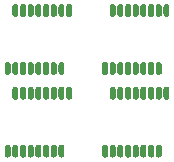
<source format=gbr>
G04 #@! TF.GenerationSoftware,KiCad,Pcbnew,5.1.5*
G04 #@! TF.CreationDate,2020-05-28T11:24:39+03:00*
G04 #@! TF.ProjectId,hc245t-bypass-panel,68633234-3574-42d6-9279-706173732d70,rev?*
G04 #@! TF.SameCoordinates,Original*
G04 #@! TF.FileFunction,Soldermask,Bot*
G04 #@! TF.FilePolarity,Negative*
%FSLAX46Y46*%
G04 Gerber Fmt 4.6, Leading zero omitted, Abs format (unit mm)*
G04 Created by KiCad (PCBNEW 5.1.5) date 2020-05-28 11:24:39*
%MOMM*%
%LPD*%
G04 APERTURE LIST*
%ADD10C,0.100000*%
G04 APERTURE END LIST*
D10*
G36*
X18829164Y-31906829D02*
G01*
X18876440Y-31921170D01*
X18876443Y-31921171D01*
X18898225Y-31932814D01*
X18920011Y-31944459D01*
X18958200Y-31975800D01*
X18958201Y-31975802D01*
X18958203Y-31975803D01*
X18989541Y-32013987D01*
X19012829Y-32057556D01*
X19012829Y-32057557D01*
X19012830Y-32057559D01*
X19027171Y-32104835D01*
X19030800Y-32141683D01*
X19030800Y-32766317D01*
X19027171Y-32803165D01*
X19012830Y-32850441D01*
X19012829Y-32850444D01*
X18989541Y-32894013D01*
X18958201Y-32932201D01*
X18920013Y-32963541D01*
X18876444Y-32986829D01*
X18876441Y-32986830D01*
X18829165Y-33001171D01*
X18780000Y-33006013D01*
X18730836Y-33001171D01*
X18683560Y-32986830D01*
X18683557Y-32986829D01*
X18639988Y-32963541D01*
X18601800Y-32932201D01*
X18570460Y-32894013D01*
X18547172Y-32850444D01*
X18547171Y-32850441D01*
X18532830Y-32803165D01*
X18529201Y-32766317D01*
X18529200Y-32141684D01*
X18532829Y-32104836D01*
X18547170Y-32057560D01*
X18547171Y-32057557D01*
X18558814Y-32035775D01*
X18570459Y-32013989D01*
X18601800Y-31975800D01*
X18601802Y-31975799D01*
X18601803Y-31975797D01*
X18639987Y-31944459D01*
X18683556Y-31921171D01*
X18683559Y-31921170D01*
X18730835Y-31906829D01*
X18780000Y-31901987D01*
X18829164Y-31906829D01*
G37*
G36*
X20129164Y-31906829D02*
G01*
X20176440Y-31921170D01*
X20176443Y-31921171D01*
X20198225Y-31932814D01*
X20220011Y-31944459D01*
X20258200Y-31975800D01*
X20258201Y-31975802D01*
X20258203Y-31975803D01*
X20289541Y-32013987D01*
X20312829Y-32057556D01*
X20312829Y-32057557D01*
X20312830Y-32057559D01*
X20327171Y-32104835D01*
X20330800Y-32141683D01*
X20330800Y-32766317D01*
X20327171Y-32803165D01*
X20312830Y-32850441D01*
X20312829Y-32850444D01*
X20289541Y-32894013D01*
X20258201Y-32932201D01*
X20220013Y-32963541D01*
X20176444Y-32986829D01*
X20176441Y-32986830D01*
X20129165Y-33001171D01*
X20080000Y-33006013D01*
X20030836Y-33001171D01*
X19983560Y-32986830D01*
X19983557Y-32986829D01*
X19939988Y-32963541D01*
X19901800Y-32932201D01*
X19870460Y-32894013D01*
X19847172Y-32850444D01*
X19847171Y-32850441D01*
X19832830Y-32803165D01*
X19829201Y-32766317D01*
X19829200Y-32141684D01*
X19832829Y-32104836D01*
X19847170Y-32057560D01*
X19847171Y-32057557D01*
X19858814Y-32035775D01*
X19870459Y-32013989D01*
X19901800Y-31975800D01*
X19901802Y-31975799D01*
X19901803Y-31975797D01*
X19939987Y-31944459D01*
X19983556Y-31921171D01*
X19983559Y-31921170D01*
X20030835Y-31906829D01*
X20080000Y-31901987D01*
X20129164Y-31906829D01*
G37*
G36*
X31619164Y-31906829D02*
G01*
X31666440Y-31921170D01*
X31666443Y-31921171D01*
X31688225Y-31932814D01*
X31710011Y-31944459D01*
X31748200Y-31975800D01*
X31748201Y-31975802D01*
X31748203Y-31975803D01*
X31779541Y-32013987D01*
X31802829Y-32057556D01*
X31802829Y-32057557D01*
X31802830Y-32057559D01*
X31817171Y-32104835D01*
X31820800Y-32141683D01*
X31820800Y-32766317D01*
X31817171Y-32803165D01*
X31802830Y-32850441D01*
X31802829Y-32850444D01*
X31779541Y-32894013D01*
X31748201Y-32932201D01*
X31710013Y-32963541D01*
X31666444Y-32986829D01*
X31666441Y-32986830D01*
X31619165Y-33001171D01*
X31570000Y-33006013D01*
X31520836Y-33001171D01*
X31473560Y-32986830D01*
X31473557Y-32986829D01*
X31429988Y-32963541D01*
X31391800Y-32932201D01*
X31360460Y-32894013D01*
X31337172Y-32850444D01*
X31337171Y-32850441D01*
X31322830Y-32803165D01*
X31319201Y-32766317D01*
X31319200Y-32141684D01*
X31322829Y-32104836D01*
X31337170Y-32057560D01*
X31337171Y-32057557D01*
X31348814Y-32035775D01*
X31360459Y-32013989D01*
X31391800Y-31975800D01*
X31391802Y-31975799D01*
X31391803Y-31975797D01*
X31429987Y-31944459D01*
X31473556Y-31921171D01*
X31473559Y-31921170D01*
X31520835Y-31906829D01*
X31570000Y-31901987D01*
X31619164Y-31906829D01*
G37*
G36*
X30969164Y-31906829D02*
G01*
X31016440Y-31921170D01*
X31016443Y-31921171D01*
X31038225Y-31932814D01*
X31060011Y-31944459D01*
X31098200Y-31975800D01*
X31098201Y-31975802D01*
X31098203Y-31975803D01*
X31129541Y-32013987D01*
X31152829Y-32057556D01*
X31152829Y-32057557D01*
X31152830Y-32057559D01*
X31167171Y-32104835D01*
X31170800Y-32141683D01*
X31170800Y-32766317D01*
X31167171Y-32803165D01*
X31152830Y-32850441D01*
X31152829Y-32850444D01*
X31129541Y-32894013D01*
X31098201Y-32932201D01*
X31060013Y-32963541D01*
X31016444Y-32986829D01*
X31016441Y-32986830D01*
X30969165Y-33001171D01*
X30920000Y-33006013D01*
X30870836Y-33001171D01*
X30823560Y-32986830D01*
X30823557Y-32986829D01*
X30779988Y-32963541D01*
X30741800Y-32932201D01*
X30710460Y-32894013D01*
X30687172Y-32850444D01*
X30687171Y-32850441D01*
X30672830Y-32803165D01*
X30669201Y-32766317D01*
X30669200Y-32141684D01*
X30672829Y-32104836D01*
X30687170Y-32057560D01*
X30687171Y-32057557D01*
X30698814Y-32035775D01*
X30710459Y-32013989D01*
X30741800Y-31975800D01*
X30741802Y-31975799D01*
X30741803Y-31975797D01*
X30779987Y-31944459D01*
X30823556Y-31921171D01*
X30823559Y-31921170D01*
X30870835Y-31906829D01*
X30920000Y-31901987D01*
X30969164Y-31906829D01*
G37*
G36*
X27069164Y-31906829D02*
G01*
X27116440Y-31921170D01*
X27116443Y-31921171D01*
X27138225Y-31932814D01*
X27160011Y-31944459D01*
X27198200Y-31975800D01*
X27198201Y-31975802D01*
X27198203Y-31975803D01*
X27229541Y-32013987D01*
X27252829Y-32057556D01*
X27252829Y-32057557D01*
X27252830Y-32057559D01*
X27267171Y-32104835D01*
X27270800Y-32141683D01*
X27270800Y-32766317D01*
X27267171Y-32803165D01*
X27252830Y-32850441D01*
X27252829Y-32850444D01*
X27229541Y-32894013D01*
X27198201Y-32932201D01*
X27160013Y-32963541D01*
X27116444Y-32986829D01*
X27116441Y-32986830D01*
X27069165Y-33001171D01*
X27020000Y-33006013D01*
X26970836Y-33001171D01*
X26923560Y-32986830D01*
X26923557Y-32986829D01*
X26879988Y-32963541D01*
X26841800Y-32932201D01*
X26810460Y-32894013D01*
X26787172Y-32850444D01*
X26787171Y-32850441D01*
X26772830Y-32803165D01*
X26769201Y-32766317D01*
X26769200Y-32141684D01*
X26772829Y-32104836D01*
X26787170Y-32057560D01*
X26787171Y-32057557D01*
X26798814Y-32035775D01*
X26810459Y-32013989D01*
X26841800Y-31975800D01*
X26841802Y-31975799D01*
X26841803Y-31975797D01*
X26879987Y-31944459D01*
X26923556Y-31921171D01*
X26923559Y-31921170D01*
X26970835Y-31906829D01*
X27020000Y-31901987D01*
X27069164Y-31906829D01*
G37*
G36*
X29019164Y-31906829D02*
G01*
X29066440Y-31921170D01*
X29066443Y-31921171D01*
X29088225Y-31932814D01*
X29110011Y-31944459D01*
X29148200Y-31975800D01*
X29148201Y-31975802D01*
X29148203Y-31975803D01*
X29179541Y-32013987D01*
X29202829Y-32057556D01*
X29202829Y-32057557D01*
X29202830Y-32057559D01*
X29217171Y-32104835D01*
X29220800Y-32141683D01*
X29220800Y-32766317D01*
X29217171Y-32803165D01*
X29202830Y-32850441D01*
X29202829Y-32850444D01*
X29179541Y-32894013D01*
X29148201Y-32932201D01*
X29110013Y-32963541D01*
X29066444Y-32986829D01*
X29066441Y-32986830D01*
X29019165Y-33001171D01*
X28970000Y-33006013D01*
X28920836Y-33001171D01*
X28873560Y-32986830D01*
X28873557Y-32986829D01*
X28829988Y-32963541D01*
X28791800Y-32932201D01*
X28760460Y-32894013D01*
X28737172Y-32850444D01*
X28737171Y-32850441D01*
X28722830Y-32803165D01*
X28719201Y-32766317D01*
X28719200Y-32141684D01*
X28722829Y-32104836D01*
X28737170Y-32057560D01*
X28737171Y-32057557D01*
X28748814Y-32035775D01*
X28760459Y-32013989D01*
X28791800Y-31975800D01*
X28791802Y-31975799D01*
X28791803Y-31975797D01*
X28829987Y-31944459D01*
X28873556Y-31921171D01*
X28873559Y-31921170D01*
X28920835Y-31906829D01*
X28970000Y-31901987D01*
X29019164Y-31906829D01*
G37*
G36*
X22079164Y-31906829D02*
G01*
X22126440Y-31921170D01*
X22126443Y-31921171D01*
X22148225Y-31932814D01*
X22170011Y-31944459D01*
X22208200Y-31975800D01*
X22208201Y-31975802D01*
X22208203Y-31975803D01*
X22239541Y-32013987D01*
X22262829Y-32057556D01*
X22262829Y-32057557D01*
X22262830Y-32057559D01*
X22277171Y-32104835D01*
X22280800Y-32141683D01*
X22280800Y-32766317D01*
X22277171Y-32803165D01*
X22262830Y-32850441D01*
X22262829Y-32850444D01*
X22239541Y-32894013D01*
X22208201Y-32932201D01*
X22170013Y-32963541D01*
X22126444Y-32986829D01*
X22126441Y-32986830D01*
X22079165Y-33001171D01*
X22030000Y-33006013D01*
X21980836Y-33001171D01*
X21933560Y-32986830D01*
X21933557Y-32986829D01*
X21889988Y-32963541D01*
X21851800Y-32932201D01*
X21820460Y-32894013D01*
X21797172Y-32850444D01*
X21797171Y-32850441D01*
X21782830Y-32803165D01*
X21779201Y-32766317D01*
X21779200Y-32141684D01*
X21782829Y-32104836D01*
X21797170Y-32057560D01*
X21797171Y-32057557D01*
X21808814Y-32035775D01*
X21820459Y-32013989D01*
X21851800Y-31975800D01*
X21851802Y-31975799D01*
X21851803Y-31975797D01*
X21889987Y-31944459D01*
X21933556Y-31921171D01*
X21933559Y-31921170D01*
X21980835Y-31906829D01*
X22030000Y-31901987D01*
X22079164Y-31906829D01*
G37*
G36*
X20779164Y-31906829D02*
G01*
X20826440Y-31921170D01*
X20826443Y-31921171D01*
X20848225Y-31932814D01*
X20870011Y-31944459D01*
X20908200Y-31975800D01*
X20908201Y-31975802D01*
X20908203Y-31975803D01*
X20939541Y-32013987D01*
X20962829Y-32057556D01*
X20962829Y-32057557D01*
X20962830Y-32057559D01*
X20977171Y-32104835D01*
X20980800Y-32141683D01*
X20980800Y-32766317D01*
X20977171Y-32803165D01*
X20962830Y-32850441D01*
X20962829Y-32850444D01*
X20939541Y-32894013D01*
X20908201Y-32932201D01*
X20870013Y-32963541D01*
X20826444Y-32986829D01*
X20826441Y-32986830D01*
X20779165Y-33001171D01*
X20730000Y-33006013D01*
X20680836Y-33001171D01*
X20633560Y-32986830D01*
X20633557Y-32986829D01*
X20589988Y-32963541D01*
X20551800Y-32932201D01*
X20520460Y-32894013D01*
X20497172Y-32850444D01*
X20497171Y-32850441D01*
X20482830Y-32803165D01*
X20479201Y-32766317D01*
X20479200Y-32141684D01*
X20482829Y-32104836D01*
X20497170Y-32057560D01*
X20497171Y-32057557D01*
X20508814Y-32035775D01*
X20520459Y-32013989D01*
X20551800Y-31975800D01*
X20551802Y-31975799D01*
X20551803Y-31975797D01*
X20589987Y-31944459D01*
X20633556Y-31921171D01*
X20633559Y-31921170D01*
X20680835Y-31906829D01*
X20730000Y-31901987D01*
X20779164Y-31906829D01*
G37*
G36*
X22729164Y-31906829D02*
G01*
X22776440Y-31921170D01*
X22776443Y-31921171D01*
X22798225Y-31932814D01*
X22820011Y-31944459D01*
X22858200Y-31975800D01*
X22858201Y-31975802D01*
X22858203Y-31975803D01*
X22889541Y-32013987D01*
X22912829Y-32057556D01*
X22912829Y-32057557D01*
X22912830Y-32057559D01*
X22927171Y-32104835D01*
X22930800Y-32141683D01*
X22930800Y-32766317D01*
X22927171Y-32803165D01*
X22912830Y-32850441D01*
X22912829Y-32850444D01*
X22889541Y-32894013D01*
X22858201Y-32932201D01*
X22820013Y-32963541D01*
X22776444Y-32986829D01*
X22776441Y-32986830D01*
X22729165Y-33001171D01*
X22680000Y-33006013D01*
X22630836Y-33001171D01*
X22583560Y-32986830D01*
X22583557Y-32986829D01*
X22539988Y-32963541D01*
X22501800Y-32932201D01*
X22470460Y-32894013D01*
X22447172Y-32850444D01*
X22447171Y-32850441D01*
X22432830Y-32803165D01*
X22429201Y-32766317D01*
X22429200Y-32141684D01*
X22432829Y-32104836D01*
X22447170Y-32057560D01*
X22447171Y-32057557D01*
X22458814Y-32035775D01*
X22470459Y-32013989D01*
X22501800Y-31975800D01*
X22501802Y-31975799D01*
X22501803Y-31975797D01*
X22539987Y-31944459D01*
X22583556Y-31921171D01*
X22583559Y-31921170D01*
X22630835Y-31906829D01*
X22680000Y-31901987D01*
X22729164Y-31906829D01*
G37*
G36*
X19479164Y-31906829D02*
G01*
X19526440Y-31921170D01*
X19526443Y-31921171D01*
X19548225Y-31932814D01*
X19570011Y-31944459D01*
X19608200Y-31975800D01*
X19608201Y-31975802D01*
X19608203Y-31975803D01*
X19639541Y-32013987D01*
X19662829Y-32057556D01*
X19662829Y-32057557D01*
X19662830Y-32057559D01*
X19677171Y-32104835D01*
X19680800Y-32141683D01*
X19680800Y-32766317D01*
X19677171Y-32803165D01*
X19662830Y-32850441D01*
X19662829Y-32850444D01*
X19639541Y-32894013D01*
X19608201Y-32932201D01*
X19570013Y-32963541D01*
X19526444Y-32986829D01*
X19526441Y-32986830D01*
X19479165Y-33001171D01*
X19430000Y-33006013D01*
X19380836Y-33001171D01*
X19333560Y-32986830D01*
X19333557Y-32986829D01*
X19289988Y-32963541D01*
X19251800Y-32932201D01*
X19220460Y-32894013D01*
X19197172Y-32850444D01*
X19197171Y-32850441D01*
X19182830Y-32803165D01*
X19179201Y-32766317D01*
X19179200Y-32141684D01*
X19182829Y-32104836D01*
X19197170Y-32057560D01*
X19197171Y-32057557D01*
X19208814Y-32035775D01*
X19220459Y-32013989D01*
X19251800Y-31975800D01*
X19251802Y-31975799D01*
X19251803Y-31975797D01*
X19289987Y-31944459D01*
X19333556Y-31921171D01*
X19333559Y-31921170D01*
X19380835Y-31906829D01*
X19430000Y-31901987D01*
X19479164Y-31906829D01*
G37*
G36*
X23379164Y-31906829D02*
G01*
X23426440Y-31921170D01*
X23426443Y-31921171D01*
X23448225Y-31932814D01*
X23470011Y-31944459D01*
X23508200Y-31975800D01*
X23508201Y-31975802D01*
X23508203Y-31975803D01*
X23539541Y-32013987D01*
X23562829Y-32057556D01*
X23562829Y-32057557D01*
X23562830Y-32057559D01*
X23577171Y-32104835D01*
X23580800Y-32141683D01*
X23580800Y-32766317D01*
X23577171Y-32803165D01*
X23562830Y-32850441D01*
X23562829Y-32850444D01*
X23539541Y-32894013D01*
X23508201Y-32932201D01*
X23470013Y-32963541D01*
X23426444Y-32986829D01*
X23426441Y-32986830D01*
X23379165Y-33001171D01*
X23330000Y-33006013D01*
X23280836Y-33001171D01*
X23233560Y-32986830D01*
X23233557Y-32986829D01*
X23189988Y-32963541D01*
X23151800Y-32932201D01*
X23120460Y-32894013D01*
X23097172Y-32850444D01*
X23097171Y-32850441D01*
X23082830Y-32803165D01*
X23079201Y-32766317D01*
X23079200Y-32141684D01*
X23082829Y-32104836D01*
X23097170Y-32057560D01*
X23097171Y-32057557D01*
X23108814Y-32035775D01*
X23120459Y-32013989D01*
X23151800Y-31975800D01*
X23151802Y-31975799D01*
X23151803Y-31975797D01*
X23189987Y-31944459D01*
X23233556Y-31921171D01*
X23233559Y-31921170D01*
X23280835Y-31906829D01*
X23330000Y-31901987D01*
X23379164Y-31906829D01*
G37*
G36*
X21429164Y-31906829D02*
G01*
X21476440Y-31921170D01*
X21476443Y-31921171D01*
X21498225Y-31932814D01*
X21520011Y-31944459D01*
X21558200Y-31975800D01*
X21558201Y-31975802D01*
X21558203Y-31975803D01*
X21589541Y-32013987D01*
X21612829Y-32057556D01*
X21612829Y-32057557D01*
X21612830Y-32057559D01*
X21627171Y-32104835D01*
X21630800Y-32141683D01*
X21630800Y-32766317D01*
X21627171Y-32803165D01*
X21612830Y-32850441D01*
X21612829Y-32850444D01*
X21589541Y-32894013D01*
X21558201Y-32932201D01*
X21520013Y-32963541D01*
X21476444Y-32986829D01*
X21476441Y-32986830D01*
X21429165Y-33001171D01*
X21380000Y-33006013D01*
X21330836Y-33001171D01*
X21283560Y-32986830D01*
X21283557Y-32986829D01*
X21239988Y-32963541D01*
X21201800Y-32932201D01*
X21170460Y-32894013D01*
X21147172Y-32850444D01*
X21147171Y-32850441D01*
X21132830Y-32803165D01*
X21129201Y-32766317D01*
X21129200Y-32141684D01*
X21132829Y-32104836D01*
X21147170Y-32057560D01*
X21147171Y-32057557D01*
X21158814Y-32035775D01*
X21170459Y-32013989D01*
X21201800Y-31975800D01*
X21201802Y-31975799D01*
X21201803Y-31975797D01*
X21239987Y-31944459D01*
X21283556Y-31921171D01*
X21283559Y-31921170D01*
X21330835Y-31906829D01*
X21380000Y-31901987D01*
X21429164Y-31906829D01*
G37*
G36*
X28369164Y-31906829D02*
G01*
X28416440Y-31921170D01*
X28416443Y-31921171D01*
X28438225Y-31932814D01*
X28460011Y-31944459D01*
X28498200Y-31975800D01*
X28498201Y-31975802D01*
X28498203Y-31975803D01*
X28529541Y-32013987D01*
X28552829Y-32057556D01*
X28552829Y-32057557D01*
X28552830Y-32057559D01*
X28567171Y-32104835D01*
X28570800Y-32141683D01*
X28570800Y-32766317D01*
X28567171Y-32803165D01*
X28552830Y-32850441D01*
X28552829Y-32850444D01*
X28529541Y-32894013D01*
X28498201Y-32932201D01*
X28460013Y-32963541D01*
X28416444Y-32986829D01*
X28416441Y-32986830D01*
X28369165Y-33001171D01*
X28320000Y-33006013D01*
X28270836Y-33001171D01*
X28223560Y-32986830D01*
X28223557Y-32986829D01*
X28179988Y-32963541D01*
X28141800Y-32932201D01*
X28110460Y-32894013D01*
X28087172Y-32850444D01*
X28087171Y-32850441D01*
X28072830Y-32803165D01*
X28069201Y-32766317D01*
X28069200Y-32141684D01*
X28072829Y-32104836D01*
X28087170Y-32057560D01*
X28087171Y-32057557D01*
X28098814Y-32035775D01*
X28110459Y-32013989D01*
X28141800Y-31975800D01*
X28141802Y-31975799D01*
X28141803Y-31975797D01*
X28179987Y-31944459D01*
X28223556Y-31921171D01*
X28223559Y-31921170D01*
X28270835Y-31906829D01*
X28320000Y-31901987D01*
X28369164Y-31906829D01*
G37*
G36*
X27719164Y-31906829D02*
G01*
X27766440Y-31921170D01*
X27766443Y-31921171D01*
X27788225Y-31932814D01*
X27810011Y-31944459D01*
X27848200Y-31975800D01*
X27848201Y-31975802D01*
X27848203Y-31975803D01*
X27879541Y-32013987D01*
X27902829Y-32057556D01*
X27902829Y-32057557D01*
X27902830Y-32057559D01*
X27917171Y-32104835D01*
X27920800Y-32141683D01*
X27920800Y-32766317D01*
X27917171Y-32803165D01*
X27902830Y-32850441D01*
X27902829Y-32850444D01*
X27879541Y-32894013D01*
X27848201Y-32932201D01*
X27810013Y-32963541D01*
X27766444Y-32986829D01*
X27766441Y-32986830D01*
X27719165Y-33001171D01*
X27670000Y-33006013D01*
X27620836Y-33001171D01*
X27573560Y-32986830D01*
X27573557Y-32986829D01*
X27529988Y-32963541D01*
X27491800Y-32932201D01*
X27460460Y-32894013D01*
X27437172Y-32850444D01*
X27437171Y-32850441D01*
X27422830Y-32803165D01*
X27419201Y-32766317D01*
X27419200Y-32141684D01*
X27422829Y-32104836D01*
X27437170Y-32057560D01*
X27437171Y-32057557D01*
X27448814Y-32035775D01*
X27460459Y-32013989D01*
X27491800Y-31975800D01*
X27491802Y-31975799D01*
X27491803Y-31975797D01*
X27529987Y-31944459D01*
X27573556Y-31921171D01*
X27573559Y-31921170D01*
X27620835Y-31906829D01*
X27670000Y-31901987D01*
X27719164Y-31906829D01*
G37*
G36*
X30319164Y-31906829D02*
G01*
X30366440Y-31921170D01*
X30366443Y-31921171D01*
X30388225Y-31932814D01*
X30410011Y-31944459D01*
X30448200Y-31975800D01*
X30448201Y-31975802D01*
X30448203Y-31975803D01*
X30479541Y-32013987D01*
X30502829Y-32057556D01*
X30502829Y-32057557D01*
X30502830Y-32057559D01*
X30517171Y-32104835D01*
X30520800Y-32141683D01*
X30520800Y-32766317D01*
X30517171Y-32803165D01*
X30502830Y-32850441D01*
X30502829Y-32850444D01*
X30479541Y-32894013D01*
X30448201Y-32932201D01*
X30410013Y-32963541D01*
X30366444Y-32986829D01*
X30366441Y-32986830D01*
X30319165Y-33001171D01*
X30270000Y-33006013D01*
X30220836Y-33001171D01*
X30173560Y-32986830D01*
X30173557Y-32986829D01*
X30129988Y-32963541D01*
X30091800Y-32932201D01*
X30060460Y-32894013D01*
X30037172Y-32850444D01*
X30037171Y-32850441D01*
X30022830Y-32803165D01*
X30019201Y-32766317D01*
X30019200Y-32141684D01*
X30022829Y-32104836D01*
X30037170Y-32057560D01*
X30037171Y-32057557D01*
X30048814Y-32035775D01*
X30060459Y-32013989D01*
X30091800Y-31975800D01*
X30091802Y-31975799D01*
X30091803Y-31975797D01*
X30129987Y-31944459D01*
X30173556Y-31921171D01*
X30173559Y-31921170D01*
X30220835Y-31906829D01*
X30270000Y-31901987D01*
X30319164Y-31906829D01*
G37*
G36*
X29669164Y-31906829D02*
G01*
X29716440Y-31921170D01*
X29716443Y-31921171D01*
X29738225Y-31932814D01*
X29760011Y-31944459D01*
X29798200Y-31975800D01*
X29798201Y-31975802D01*
X29798203Y-31975803D01*
X29829541Y-32013987D01*
X29852829Y-32057556D01*
X29852829Y-32057557D01*
X29852830Y-32057559D01*
X29867171Y-32104835D01*
X29870800Y-32141683D01*
X29870800Y-32766317D01*
X29867171Y-32803165D01*
X29852830Y-32850441D01*
X29852829Y-32850444D01*
X29829541Y-32894013D01*
X29798201Y-32932201D01*
X29760013Y-32963541D01*
X29716444Y-32986829D01*
X29716441Y-32986830D01*
X29669165Y-33001171D01*
X29620000Y-33006013D01*
X29570836Y-33001171D01*
X29523560Y-32986830D01*
X29523557Y-32986829D01*
X29479988Y-32963541D01*
X29441800Y-32932201D01*
X29410460Y-32894013D01*
X29387172Y-32850444D01*
X29387171Y-32850441D01*
X29372830Y-32803165D01*
X29369201Y-32766317D01*
X29369200Y-32141684D01*
X29372829Y-32104836D01*
X29387170Y-32057560D01*
X29387171Y-32057557D01*
X29398814Y-32035775D01*
X29410459Y-32013989D01*
X29441800Y-31975800D01*
X29441802Y-31975799D01*
X29441803Y-31975797D01*
X29479987Y-31944459D01*
X29523556Y-31921171D01*
X29523559Y-31921170D01*
X29570835Y-31906829D01*
X29620000Y-31901987D01*
X29669164Y-31906829D01*
G37*
G36*
X28369165Y-26998829D02*
G01*
X28416441Y-27013170D01*
X28416444Y-27013171D01*
X28460013Y-27036459D01*
X28498201Y-27067799D01*
X28529541Y-27105987D01*
X28552829Y-27149556D01*
X28552830Y-27149559D01*
X28567171Y-27196835D01*
X28570800Y-27233683D01*
X28570800Y-27858317D01*
X28567171Y-27895165D01*
X28552830Y-27942440D01*
X28552829Y-27942444D01*
X28529541Y-27986013D01*
X28498203Y-28024197D01*
X28498201Y-28024198D01*
X28498200Y-28024200D01*
X28460011Y-28055541D01*
X28438225Y-28067186D01*
X28416443Y-28078829D01*
X28416440Y-28078830D01*
X28369164Y-28093171D01*
X28320000Y-28098013D01*
X28270835Y-28093171D01*
X28223559Y-28078830D01*
X28223556Y-28078829D01*
X28179987Y-28055541D01*
X28141803Y-28024203D01*
X28141802Y-28024201D01*
X28141800Y-28024200D01*
X28110459Y-27986011D01*
X28087172Y-27942444D01*
X28087171Y-27942443D01*
X28087170Y-27942440D01*
X28072829Y-27895164D01*
X28069200Y-27858316D01*
X28069201Y-27233683D01*
X28072830Y-27196835D01*
X28087171Y-27149559D01*
X28087172Y-27149556D01*
X28110460Y-27105987D01*
X28141800Y-27067799D01*
X28179988Y-27036459D01*
X28223557Y-27013171D01*
X28223560Y-27013170D01*
X28270836Y-26998829D01*
X28320000Y-26993987D01*
X28369165Y-26998829D01*
G37*
G36*
X21429165Y-26998829D02*
G01*
X21476441Y-27013170D01*
X21476444Y-27013171D01*
X21520013Y-27036459D01*
X21558201Y-27067799D01*
X21589541Y-27105987D01*
X21612829Y-27149556D01*
X21612830Y-27149559D01*
X21627171Y-27196835D01*
X21630800Y-27233683D01*
X21630800Y-27858317D01*
X21627171Y-27895165D01*
X21612830Y-27942440D01*
X21612829Y-27942444D01*
X21589541Y-27986013D01*
X21558203Y-28024197D01*
X21558201Y-28024198D01*
X21558200Y-28024200D01*
X21520011Y-28055541D01*
X21498225Y-28067186D01*
X21476443Y-28078829D01*
X21476440Y-28078830D01*
X21429164Y-28093171D01*
X21380000Y-28098013D01*
X21330835Y-28093171D01*
X21283559Y-28078830D01*
X21283556Y-28078829D01*
X21239987Y-28055541D01*
X21201803Y-28024203D01*
X21201802Y-28024201D01*
X21201800Y-28024200D01*
X21170459Y-27986011D01*
X21147172Y-27942444D01*
X21147171Y-27942443D01*
X21147170Y-27942440D01*
X21132829Y-27895164D01*
X21129200Y-27858316D01*
X21129201Y-27233683D01*
X21132830Y-27196835D01*
X21147171Y-27149559D01*
X21147172Y-27149556D01*
X21170460Y-27105987D01*
X21201800Y-27067799D01*
X21239988Y-27036459D01*
X21283557Y-27013171D01*
X21283560Y-27013170D01*
X21330836Y-26998829D01*
X21380000Y-26993987D01*
X21429165Y-26998829D01*
G37*
G36*
X32269165Y-26998829D02*
G01*
X32316441Y-27013170D01*
X32316444Y-27013171D01*
X32360013Y-27036459D01*
X32398201Y-27067799D01*
X32429541Y-27105987D01*
X32452829Y-27149556D01*
X32452830Y-27149559D01*
X32467171Y-27196835D01*
X32470800Y-27233683D01*
X32470800Y-27858317D01*
X32467171Y-27895165D01*
X32452830Y-27942440D01*
X32452829Y-27942444D01*
X32429541Y-27986013D01*
X32398203Y-28024197D01*
X32398201Y-28024198D01*
X32398200Y-28024200D01*
X32360011Y-28055541D01*
X32338225Y-28067186D01*
X32316443Y-28078829D01*
X32316440Y-28078830D01*
X32269164Y-28093171D01*
X32220000Y-28098013D01*
X32170835Y-28093171D01*
X32123559Y-28078830D01*
X32123556Y-28078829D01*
X32079987Y-28055541D01*
X32041803Y-28024203D01*
X32041802Y-28024201D01*
X32041800Y-28024200D01*
X32010459Y-27986011D01*
X31987172Y-27942444D01*
X31987171Y-27942443D01*
X31987170Y-27942440D01*
X31972829Y-27895164D01*
X31969200Y-27858316D01*
X31969201Y-27233683D01*
X31972830Y-27196835D01*
X31987171Y-27149559D01*
X31987172Y-27149556D01*
X32010460Y-27105987D01*
X32041800Y-27067799D01*
X32079988Y-27036459D01*
X32123557Y-27013171D01*
X32123560Y-27013170D01*
X32170836Y-26998829D01*
X32220000Y-26993987D01*
X32269165Y-26998829D01*
G37*
G36*
X31619165Y-26998829D02*
G01*
X31666441Y-27013170D01*
X31666444Y-27013171D01*
X31710013Y-27036459D01*
X31748201Y-27067799D01*
X31779541Y-27105987D01*
X31802829Y-27149556D01*
X31802830Y-27149559D01*
X31817171Y-27196835D01*
X31820800Y-27233683D01*
X31820800Y-27858317D01*
X31817171Y-27895165D01*
X31802830Y-27942440D01*
X31802829Y-27942444D01*
X31779541Y-27986013D01*
X31748203Y-28024197D01*
X31748201Y-28024198D01*
X31748200Y-28024200D01*
X31710011Y-28055541D01*
X31688225Y-28067186D01*
X31666443Y-28078829D01*
X31666440Y-28078830D01*
X31619164Y-28093171D01*
X31570000Y-28098013D01*
X31520835Y-28093171D01*
X31473559Y-28078830D01*
X31473556Y-28078829D01*
X31429987Y-28055541D01*
X31391803Y-28024203D01*
X31391802Y-28024201D01*
X31391800Y-28024200D01*
X31360459Y-27986011D01*
X31337172Y-27942444D01*
X31337171Y-27942443D01*
X31337170Y-27942440D01*
X31322829Y-27895164D01*
X31319200Y-27858316D01*
X31319201Y-27233683D01*
X31322830Y-27196835D01*
X31337171Y-27149559D01*
X31337172Y-27149556D01*
X31360460Y-27105987D01*
X31391800Y-27067799D01*
X31429988Y-27036459D01*
X31473557Y-27013171D01*
X31473560Y-27013170D01*
X31520836Y-26998829D01*
X31570000Y-26993987D01*
X31619165Y-26998829D01*
G37*
G36*
X22079165Y-26998829D02*
G01*
X22126441Y-27013170D01*
X22126444Y-27013171D01*
X22170013Y-27036459D01*
X22208201Y-27067799D01*
X22239541Y-27105987D01*
X22262829Y-27149556D01*
X22262830Y-27149559D01*
X22277171Y-27196835D01*
X22280800Y-27233683D01*
X22280800Y-27858317D01*
X22277171Y-27895165D01*
X22262830Y-27942440D01*
X22262829Y-27942444D01*
X22239541Y-27986013D01*
X22208203Y-28024197D01*
X22208201Y-28024198D01*
X22208200Y-28024200D01*
X22170011Y-28055541D01*
X22148225Y-28067186D01*
X22126443Y-28078829D01*
X22126440Y-28078830D01*
X22079164Y-28093171D01*
X22030000Y-28098013D01*
X21980835Y-28093171D01*
X21933559Y-28078830D01*
X21933556Y-28078829D01*
X21889987Y-28055541D01*
X21851803Y-28024203D01*
X21851802Y-28024201D01*
X21851800Y-28024200D01*
X21820459Y-27986011D01*
X21797172Y-27942444D01*
X21797171Y-27942443D01*
X21797170Y-27942440D01*
X21782829Y-27895164D01*
X21779200Y-27858316D01*
X21779201Y-27233683D01*
X21782830Y-27196835D01*
X21797171Y-27149559D01*
X21797172Y-27149556D01*
X21820460Y-27105987D01*
X21851800Y-27067799D01*
X21889988Y-27036459D01*
X21933557Y-27013171D01*
X21933560Y-27013170D01*
X21980836Y-26998829D01*
X22030000Y-26993987D01*
X22079165Y-26998829D01*
G37*
G36*
X22729165Y-26998829D02*
G01*
X22776441Y-27013170D01*
X22776444Y-27013171D01*
X22820013Y-27036459D01*
X22858201Y-27067799D01*
X22889541Y-27105987D01*
X22912829Y-27149556D01*
X22912830Y-27149559D01*
X22927171Y-27196835D01*
X22930800Y-27233683D01*
X22930800Y-27858317D01*
X22927171Y-27895165D01*
X22912830Y-27942440D01*
X22912829Y-27942444D01*
X22889541Y-27986013D01*
X22858203Y-28024197D01*
X22858201Y-28024198D01*
X22858200Y-28024200D01*
X22820011Y-28055541D01*
X22798225Y-28067186D01*
X22776443Y-28078829D01*
X22776440Y-28078830D01*
X22729164Y-28093171D01*
X22680000Y-28098013D01*
X22630835Y-28093171D01*
X22583559Y-28078830D01*
X22583556Y-28078829D01*
X22539987Y-28055541D01*
X22501803Y-28024203D01*
X22501802Y-28024201D01*
X22501800Y-28024200D01*
X22470459Y-27986011D01*
X22447172Y-27942444D01*
X22447171Y-27942443D01*
X22447170Y-27942440D01*
X22432829Y-27895164D01*
X22429200Y-27858316D01*
X22429201Y-27233683D01*
X22432830Y-27196835D01*
X22447171Y-27149559D01*
X22447172Y-27149556D01*
X22470460Y-27105987D01*
X22501800Y-27067799D01*
X22539988Y-27036459D01*
X22583557Y-27013171D01*
X22583560Y-27013170D01*
X22630836Y-26998829D01*
X22680000Y-26993987D01*
X22729165Y-26998829D01*
G37*
G36*
X29019165Y-26998829D02*
G01*
X29066441Y-27013170D01*
X29066444Y-27013171D01*
X29110013Y-27036459D01*
X29148201Y-27067799D01*
X29179541Y-27105987D01*
X29202829Y-27149556D01*
X29202830Y-27149559D01*
X29217171Y-27196835D01*
X29220800Y-27233683D01*
X29220800Y-27858317D01*
X29217171Y-27895165D01*
X29202830Y-27942440D01*
X29202829Y-27942444D01*
X29179541Y-27986013D01*
X29148203Y-28024197D01*
X29148201Y-28024198D01*
X29148200Y-28024200D01*
X29110011Y-28055541D01*
X29088225Y-28067186D01*
X29066443Y-28078829D01*
X29066440Y-28078830D01*
X29019164Y-28093171D01*
X28970000Y-28098013D01*
X28920835Y-28093171D01*
X28873559Y-28078830D01*
X28873556Y-28078829D01*
X28829987Y-28055541D01*
X28791803Y-28024203D01*
X28791802Y-28024201D01*
X28791800Y-28024200D01*
X28760459Y-27986011D01*
X28737172Y-27942444D01*
X28737171Y-27942443D01*
X28737170Y-27942440D01*
X28722829Y-27895164D01*
X28719200Y-27858316D01*
X28719201Y-27233683D01*
X28722830Y-27196835D01*
X28737171Y-27149559D01*
X28737172Y-27149556D01*
X28760460Y-27105987D01*
X28791800Y-27067799D01*
X28829988Y-27036459D01*
X28873557Y-27013171D01*
X28873560Y-27013170D01*
X28920836Y-26998829D01*
X28970000Y-26993987D01*
X29019165Y-26998829D01*
G37*
G36*
X30969165Y-26998829D02*
G01*
X31016441Y-27013170D01*
X31016444Y-27013171D01*
X31060013Y-27036459D01*
X31098201Y-27067799D01*
X31129541Y-27105987D01*
X31152829Y-27149556D01*
X31152830Y-27149559D01*
X31167171Y-27196835D01*
X31170800Y-27233683D01*
X31170800Y-27858317D01*
X31167171Y-27895165D01*
X31152830Y-27942440D01*
X31152829Y-27942444D01*
X31129541Y-27986013D01*
X31098203Y-28024197D01*
X31098201Y-28024198D01*
X31098200Y-28024200D01*
X31060011Y-28055541D01*
X31038225Y-28067186D01*
X31016443Y-28078829D01*
X31016440Y-28078830D01*
X30969164Y-28093171D01*
X30920000Y-28098013D01*
X30870835Y-28093171D01*
X30823559Y-28078830D01*
X30823556Y-28078829D01*
X30779987Y-28055541D01*
X30741803Y-28024203D01*
X30741802Y-28024201D01*
X30741800Y-28024200D01*
X30710459Y-27986011D01*
X30687172Y-27942444D01*
X30687171Y-27942443D01*
X30687170Y-27942440D01*
X30672829Y-27895164D01*
X30669200Y-27858316D01*
X30669201Y-27233683D01*
X30672830Y-27196835D01*
X30687171Y-27149559D01*
X30687172Y-27149556D01*
X30710460Y-27105987D01*
X30741800Y-27067799D01*
X30779988Y-27036459D01*
X30823557Y-27013171D01*
X30823560Y-27013170D01*
X30870836Y-26998829D01*
X30920000Y-26993987D01*
X30969165Y-26998829D01*
G37*
G36*
X23379165Y-26998829D02*
G01*
X23426441Y-27013170D01*
X23426444Y-27013171D01*
X23470013Y-27036459D01*
X23508201Y-27067799D01*
X23539541Y-27105987D01*
X23562829Y-27149556D01*
X23562830Y-27149559D01*
X23577171Y-27196835D01*
X23580800Y-27233683D01*
X23580800Y-27858317D01*
X23577171Y-27895165D01*
X23562830Y-27942440D01*
X23562829Y-27942444D01*
X23539541Y-27986013D01*
X23508203Y-28024197D01*
X23508201Y-28024198D01*
X23508200Y-28024200D01*
X23470011Y-28055541D01*
X23448225Y-28067186D01*
X23426443Y-28078829D01*
X23426440Y-28078830D01*
X23379164Y-28093171D01*
X23330000Y-28098013D01*
X23280835Y-28093171D01*
X23233559Y-28078830D01*
X23233556Y-28078829D01*
X23189987Y-28055541D01*
X23151803Y-28024203D01*
X23151802Y-28024201D01*
X23151800Y-28024200D01*
X23120459Y-27986011D01*
X23097172Y-27942444D01*
X23097171Y-27942443D01*
X23097170Y-27942440D01*
X23082829Y-27895164D01*
X23079200Y-27858316D01*
X23079201Y-27233683D01*
X23082830Y-27196835D01*
X23097171Y-27149559D01*
X23097172Y-27149556D01*
X23120460Y-27105987D01*
X23151800Y-27067799D01*
X23189988Y-27036459D01*
X23233557Y-27013171D01*
X23233560Y-27013170D01*
X23280836Y-26998829D01*
X23330000Y-26993987D01*
X23379165Y-26998829D01*
G37*
G36*
X20129165Y-26998829D02*
G01*
X20176441Y-27013170D01*
X20176444Y-27013171D01*
X20220013Y-27036459D01*
X20258201Y-27067799D01*
X20289541Y-27105987D01*
X20312829Y-27149556D01*
X20312830Y-27149559D01*
X20327171Y-27196835D01*
X20330800Y-27233683D01*
X20330800Y-27858317D01*
X20327171Y-27895165D01*
X20312830Y-27942440D01*
X20312829Y-27942444D01*
X20289541Y-27986013D01*
X20258203Y-28024197D01*
X20258201Y-28024198D01*
X20258200Y-28024200D01*
X20220011Y-28055541D01*
X20198225Y-28067186D01*
X20176443Y-28078829D01*
X20176440Y-28078830D01*
X20129164Y-28093171D01*
X20080000Y-28098013D01*
X20030835Y-28093171D01*
X19983559Y-28078830D01*
X19983556Y-28078829D01*
X19939987Y-28055541D01*
X19901803Y-28024203D01*
X19901802Y-28024201D01*
X19901800Y-28024200D01*
X19870459Y-27986011D01*
X19847172Y-27942444D01*
X19847171Y-27942443D01*
X19847170Y-27942440D01*
X19832829Y-27895164D01*
X19829200Y-27858316D01*
X19829201Y-27233683D01*
X19832830Y-27196835D01*
X19847171Y-27149559D01*
X19847172Y-27149556D01*
X19870460Y-27105987D01*
X19901800Y-27067799D01*
X19939988Y-27036459D01*
X19983557Y-27013171D01*
X19983560Y-27013170D01*
X20030836Y-26998829D01*
X20080000Y-26993987D01*
X20129165Y-26998829D01*
G37*
G36*
X27719165Y-26998829D02*
G01*
X27766441Y-27013170D01*
X27766444Y-27013171D01*
X27810013Y-27036459D01*
X27848201Y-27067799D01*
X27879541Y-27105987D01*
X27902829Y-27149556D01*
X27902830Y-27149559D01*
X27917171Y-27196835D01*
X27920800Y-27233683D01*
X27920800Y-27858317D01*
X27917171Y-27895165D01*
X27902830Y-27942440D01*
X27902829Y-27942444D01*
X27879541Y-27986013D01*
X27848203Y-28024197D01*
X27848201Y-28024198D01*
X27848200Y-28024200D01*
X27810011Y-28055541D01*
X27788225Y-28067186D01*
X27766443Y-28078829D01*
X27766440Y-28078830D01*
X27719164Y-28093171D01*
X27670000Y-28098013D01*
X27620835Y-28093171D01*
X27573559Y-28078830D01*
X27573556Y-28078829D01*
X27529987Y-28055541D01*
X27491803Y-28024203D01*
X27491802Y-28024201D01*
X27491800Y-28024200D01*
X27460459Y-27986011D01*
X27437172Y-27942444D01*
X27437171Y-27942443D01*
X27437170Y-27942440D01*
X27422829Y-27895164D01*
X27419200Y-27858316D01*
X27419201Y-27233683D01*
X27422830Y-27196835D01*
X27437171Y-27149559D01*
X27437172Y-27149556D01*
X27460460Y-27105987D01*
X27491800Y-27067799D01*
X27529988Y-27036459D01*
X27573557Y-27013171D01*
X27573560Y-27013170D01*
X27620836Y-26998829D01*
X27670000Y-26993987D01*
X27719165Y-26998829D01*
G37*
G36*
X19479165Y-26998829D02*
G01*
X19526441Y-27013170D01*
X19526444Y-27013171D01*
X19570013Y-27036459D01*
X19608201Y-27067799D01*
X19639541Y-27105987D01*
X19662829Y-27149556D01*
X19662830Y-27149559D01*
X19677171Y-27196835D01*
X19680800Y-27233683D01*
X19680800Y-27858317D01*
X19677171Y-27895165D01*
X19662830Y-27942440D01*
X19662829Y-27942444D01*
X19639541Y-27986013D01*
X19608203Y-28024197D01*
X19608201Y-28024198D01*
X19608200Y-28024200D01*
X19570011Y-28055541D01*
X19548225Y-28067186D01*
X19526443Y-28078829D01*
X19526440Y-28078830D01*
X19479164Y-28093171D01*
X19430000Y-28098013D01*
X19380835Y-28093171D01*
X19333559Y-28078830D01*
X19333556Y-28078829D01*
X19289987Y-28055541D01*
X19251803Y-28024203D01*
X19251802Y-28024201D01*
X19251800Y-28024200D01*
X19220459Y-27986011D01*
X19197172Y-27942444D01*
X19197171Y-27942443D01*
X19197170Y-27942440D01*
X19182829Y-27895164D01*
X19179200Y-27858316D01*
X19179201Y-27233683D01*
X19182830Y-27196835D01*
X19197171Y-27149559D01*
X19197172Y-27149556D01*
X19220460Y-27105987D01*
X19251800Y-27067799D01*
X19289988Y-27036459D01*
X19333557Y-27013171D01*
X19333560Y-27013170D01*
X19380836Y-26998829D01*
X19430000Y-26993987D01*
X19479165Y-26998829D01*
G37*
G36*
X30319165Y-26998829D02*
G01*
X30366441Y-27013170D01*
X30366444Y-27013171D01*
X30410013Y-27036459D01*
X30448201Y-27067799D01*
X30479541Y-27105987D01*
X30502829Y-27149556D01*
X30502830Y-27149559D01*
X30517171Y-27196835D01*
X30520800Y-27233683D01*
X30520800Y-27858317D01*
X30517171Y-27895165D01*
X30502830Y-27942440D01*
X30502829Y-27942444D01*
X30479541Y-27986013D01*
X30448203Y-28024197D01*
X30448201Y-28024198D01*
X30448200Y-28024200D01*
X30410011Y-28055541D01*
X30388225Y-28067186D01*
X30366443Y-28078829D01*
X30366440Y-28078830D01*
X30319164Y-28093171D01*
X30270000Y-28098013D01*
X30220835Y-28093171D01*
X30173559Y-28078830D01*
X30173556Y-28078829D01*
X30129987Y-28055541D01*
X30091803Y-28024203D01*
X30091802Y-28024201D01*
X30091800Y-28024200D01*
X30060459Y-27986011D01*
X30037172Y-27942444D01*
X30037171Y-27942443D01*
X30037170Y-27942440D01*
X30022829Y-27895164D01*
X30019200Y-27858316D01*
X30019201Y-27233683D01*
X30022830Y-27196835D01*
X30037171Y-27149559D01*
X30037172Y-27149556D01*
X30060460Y-27105987D01*
X30091800Y-27067799D01*
X30129988Y-27036459D01*
X30173557Y-27013171D01*
X30173560Y-27013170D01*
X30220836Y-26998829D01*
X30270000Y-26993987D01*
X30319165Y-26998829D01*
G37*
G36*
X24029165Y-26998829D02*
G01*
X24076441Y-27013170D01*
X24076444Y-27013171D01*
X24120013Y-27036459D01*
X24158201Y-27067799D01*
X24189541Y-27105987D01*
X24212829Y-27149556D01*
X24212830Y-27149559D01*
X24227171Y-27196835D01*
X24230800Y-27233683D01*
X24230800Y-27858317D01*
X24227171Y-27895165D01*
X24212830Y-27942440D01*
X24212829Y-27942444D01*
X24189541Y-27986013D01*
X24158203Y-28024197D01*
X24158201Y-28024198D01*
X24158200Y-28024200D01*
X24120011Y-28055541D01*
X24098225Y-28067186D01*
X24076443Y-28078829D01*
X24076440Y-28078830D01*
X24029164Y-28093171D01*
X23980000Y-28098013D01*
X23930835Y-28093171D01*
X23883559Y-28078830D01*
X23883556Y-28078829D01*
X23839987Y-28055541D01*
X23801803Y-28024203D01*
X23801802Y-28024201D01*
X23801800Y-28024200D01*
X23770459Y-27986011D01*
X23747172Y-27942444D01*
X23747171Y-27942443D01*
X23747170Y-27942440D01*
X23732829Y-27895164D01*
X23729200Y-27858316D01*
X23729201Y-27233683D01*
X23732830Y-27196835D01*
X23747171Y-27149559D01*
X23747172Y-27149556D01*
X23770460Y-27105987D01*
X23801800Y-27067799D01*
X23839988Y-27036459D01*
X23883557Y-27013171D01*
X23883560Y-27013170D01*
X23930836Y-26998829D01*
X23980000Y-26993987D01*
X24029165Y-26998829D01*
G37*
G36*
X29669165Y-26998829D02*
G01*
X29716441Y-27013170D01*
X29716444Y-27013171D01*
X29760013Y-27036459D01*
X29798201Y-27067799D01*
X29829541Y-27105987D01*
X29852829Y-27149556D01*
X29852830Y-27149559D01*
X29867171Y-27196835D01*
X29870800Y-27233683D01*
X29870800Y-27858317D01*
X29867171Y-27895165D01*
X29852830Y-27942440D01*
X29852829Y-27942444D01*
X29829541Y-27986013D01*
X29798203Y-28024197D01*
X29798201Y-28024198D01*
X29798200Y-28024200D01*
X29760011Y-28055541D01*
X29738225Y-28067186D01*
X29716443Y-28078829D01*
X29716440Y-28078830D01*
X29669164Y-28093171D01*
X29620000Y-28098013D01*
X29570835Y-28093171D01*
X29523559Y-28078830D01*
X29523556Y-28078829D01*
X29479987Y-28055541D01*
X29441803Y-28024203D01*
X29441802Y-28024201D01*
X29441800Y-28024200D01*
X29410459Y-27986011D01*
X29387172Y-27942444D01*
X29387171Y-27942443D01*
X29387170Y-27942440D01*
X29372829Y-27895164D01*
X29369200Y-27858316D01*
X29369201Y-27233683D01*
X29372830Y-27196835D01*
X29387171Y-27149559D01*
X29387172Y-27149556D01*
X29410460Y-27105987D01*
X29441800Y-27067799D01*
X29479988Y-27036459D01*
X29523557Y-27013171D01*
X29523560Y-27013170D01*
X29570836Y-26998829D01*
X29620000Y-26993987D01*
X29669165Y-26998829D01*
G37*
G36*
X20779165Y-26998829D02*
G01*
X20826441Y-27013170D01*
X20826444Y-27013171D01*
X20870013Y-27036459D01*
X20908201Y-27067799D01*
X20939541Y-27105987D01*
X20962829Y-27149556D01*
X20962830Y-27149559D01*
X20977171Y-27196835D01*
X20980800Y-27233683D01*
X20980800Y-27858317D01*
X20977171Y-27895165D01*
X20962830Y-27942440D01*
X20962829Y-27942444D01*
X20939541Y-27986013D01*
X20908203Y-28024197D01*
X20908201Y-28024198D01*
X20908200Y-28024200D01*
X20870011Y-28055541D01*
X20848225Y-28067186D01*
X20826443Y-28078829D01*
X20826440Y-28078830D01*
X20779164Y-28093171D01*
X20730000Y-28098013D01*
X20680835Y-28093171D01*
X20633559Y-28078830D01*
X20633556Y-28078829D01*
X20589987Y-28055541D01*
X20551803Y-28024203D01*
X20551802Y-28024201D01*
X20551800Y-28024200D01*
X20520459Y-27986011D01*
X20497172Y-27942444D01*
X20497171Y-27942443D01*
X20497170Y-27942440D01*
X20482829Y-27895164D01*
X20479200Y-27858316D01*
X20479201Y-27233683D01*
X20482830Y-27196835D01*
X20497171Y-27149559D01*
X20497172Y-27149556D01*
X20520460Y-27105987D01*
X20551800Y-27067799D01*
X20589988Y-27036459D01*
X20633557Y-27013171D01*
X20633560Y-27013170D01*
X20680836Y-26998829D01*
X20730000Y-26993987D01*
X20779165Y-26998829D01*
G37*
G36*
X20129164Y-24906829D02*
G01*
X20176440Y-24921170D01*
X20176443Y-24921171D01*
X20198226Y-24932815D01*
X20220011Y-24944459D01*
X20258200Y-24975800D01*
X20258201Y-24975802D01*
X20258203Y-24975803D01*
X20289541Y-25013987D01*
X20312829Y-25057556D01*
X20312829Y-25057557D01*
X20312830Y-25057559D01*
X20327171Y-25104835D01*
X20330800Y-25141683D01*
X20330800Y-25766317D01*
X20327171Y-25803165D01*
X20312830Y-25850441D01*
X20312829Y-25850444D01*
X20289541Y-25894013D01*
X20258201Y-25932201D01*
X20220013Y-25963541D01*
X20176444Y-25986829D01*
X20176441Y-25986830D01*
X20129165Y-26001171D01*
X20080000Y-26006013D01*
X20030836Y-26001171D01*
X19983560Y-25986830D01*
X19983557Y-25986829D01*
X19939988Y-25963541D01*
X19901800Y-25932201D01*
X19870460Y-25894013D01*
X19847172Y-25850444D01*
X19847171Y-25850441D01*
X19832830Y-25803165D01*
X19829201Y-25766317D01*
X19829200Y-25141684D01*
X19832829Y-25104836D01*
X19847170Y-25057560D01*
X19847171Y-25057557D01*
X19858815Y-25035774D01*
X19870459Y-25013989D01*
X19901800Y-24975800D01*
X19901802Y-24975799D01*
X19901803Y-24975797D01*
X19939987Y-24944459D01*
X19983556Y-24921171D01*
X19983559Y-24921170D01*
X20030835Y-24906829D01*
X20080000Y-24901987D01*
X20129164Y-24906829D01*
G37*
G36*
X20779164Y-24906829D02*
G01*
X20826440Y-24921170D01*
X20826443Y-24921171D01*
X20848226Y-24932815D01*
X20870011Y-24944459D01*
X20908200Y-24975800D01*
X20908201Y-24975802D01*
X20908203Y-24975803D01*
X20939541Y-25013987D01*
X20962829Y-25057556D01*
X20962829Y-25057557D01*
X20962830Y-25057559D01*
X20977171Y-25104835D01*
X20980800Y-25141683D01*
X20980800Y-25766317D01*
X20977171Y-25803165D01*
X20962830Y-25850441D01*
X20962829Y-25850444D01*
X20939541Y-25894013D01*
X20908201Y-25932201D01*
X20870013Y-25963541D01*
X20826444Y-25986829D01*
X20826441Y-25986830D01*
X20779165Y-26001171D01*
X20730000Y-26006013D01*
X20680836Y-26001171D01*
X20633560Y-25986830D01*
X20633557Y-25986829D01*
X20589988Y-25963541D01*
X20551800Y-25932201D01*
X20520460Y-25894013D01*
X20497172Y-25850444D01*
X20497171Y-25850441D01*
X20482830Y-25803165D01*
X20479201Y-25766317D01*
X20479200Y-25141684D01*
X20482829Y-25104836D01*
X20497170Y-25057560D01*
X20497171Y-25057557D01*
X20508815Y-25035774D01*
X20520459Y-25013989D01*
X20551800Y-24975800D01*
X20551802Y-24975799D01*
X20551803Y-24975797D01*
X20589987Y-24944459D01*
X20633556Y-24921171D01*
X20633559Y-24921170D01*
X20680835Y-24906829D01*
X20730000Y-24901987D01*
X20779164Y-24906829D01*
G37*
G36*
X22729164Y-24906829D02*
G01*
X22776440Y-24921170D01*
X22776443Y-24921171D01*
X22798226Y-24932815D01*
X22820011Y-24944459D01*
X22858200Y-24975800D01*
X22858201Y-24975802D01*
X22858203Y-24975803D01*
X22889541Y-25013987D01*
X22912829Y-25057556D01*
X22912829Y-25057557D01*
X22912830Y-25057559D01*
X22927171Y-25104835D01*
X22930800Y-25141683D01*
X22930800Y-25766317D01*
X22927171Y-25803165D01*
X22912830Y-25850441D01*
X22912829Y-25850444D01*
X22889541Y-25894013D01*
X22858201Y-25932201D01*
X22820013Y-25963541D01*
X22776444Y-25986829D01*
X22776441Y-25986830D01*
X22729165Y-26001171D01*
X22680000Y-26006013D01*
X22630836Y-26001171D01*
X22583560Y-25986830D01*
X22583557Y-25986829D01*
X22539988Y-25963541D01*
X22501800Y-25932201D01*
X22470460Y-25894013D01*
X22447172Y-25850444D01*
X22447171Y-25850441D01*
X22432830Y-25803165D01*
X22429201Y-25766317D01*
X22429200Y-25141684D01*
X22432829Y-25104836D01*
X22447170Y-25057560D01*
X22447171Y-25057557D01*
X22458815Y-25035774D01*
X22470459Y-25013989D01*
X22501800Y-24975800D01*
X22501802Y-24975799D01*
X22501803Y-24975797D01*
X22539987Y-24944459D01*
X22583556Y-24921171D01*
X22583559Y-24921170D01*
X22630835Y-24906829D01*
X22680000Y-24901987D01*
X22729164Y-24906829D01*
G37*
G36*
X27069164Y-24906829D02*
G01*
X27116440Y-24921170D01*
X27116443Y-24921171D01*
X27138226Y-24932815D01*
X27160011Y-24944459D01*
X27198200Y-24975800D01*
X27198201Y-24975802D01*
X27198203Y-24975803D01*
X27229541Y-25013987D01*
X27252829Y-25057556D01*
X27252829Y-25057557D01*
X27252830Y-25057559D01*
X27267171Y-25104835D01*
X27270800Y-25141683D01*
X27270800Y-25766317D01*
X27267171Y-25803165D01*
X27252830Y-25850441D01*
X27252829Y-25850444D01*
X27229541Y-25894013D01*
X27198201Y-25932201D01*
X27160013Y-25963541D01*
X27116444Y-25986829D01*
X27116441Y-25986830D01*
X27069165Y-26001171D01*
X27020000Y-26006013D01*
X26970836Y-26001171D01*
X26923560Y-25986830D01*
X26923557Y-25986829D01*
X26879988Y-25963541D01*
X26841800Y-25932201D01*
X26810460Y-25894013D01*
X26787172Y-25850444D01*
X26787171Y-25850441D01*
X26772830Y-25803165D01*
X26769201Y-25766317D01*
X26769200Y-25141684D01*
X26772829Y-25104836D01*
X26787170Y-25057560D01*
X26787171Y-25057557D01*
X26798815Y-25035774D01*
X26810459Y-25013989D01*
X26841800Y-24975800D01*
X26841802Y-24975799D01*
X26841803Y-24975797D01*
X26879987Y-24944459D01*
X26923556Y-24921171D01*
X26923559Y-24921170D01*
X26970835Y-24906829D01*
X27020000Y-24901987D01*
X27069164Y-24906829D01*
G37*
G36*
X27719164Y-24906829D02*
G01*
X27766440Y-24921170D01*
X27766443Y-24921171D01*
X27788226Y-24932815D01*
X27810011Y-24944459D01*
X27848200Y-24975800D01*
X27848201Y-24975802D01*
X27848203Y-24975803D01*
X27879541Y-25013987D01*
X27902829Y-25057556D01*
X27902829Y-25057557D01*
X27902830Y-25057559D01*
X27917171Y-25104835D01*
X27920800Y-25141683D01*
X27920800Y-25766317D01*
X27917171Y-25803165D01*
X27902830Y-25850441D01*
X27902829Y-25850444D01*
X27879541Y-25894013D01*
X27848201Y-25932201D01*
X27810013Y-25963541D01*
X27766444Y-25986829D01*
X27766441Y-25986830D01*
X27719165Y-26001171D01*
X27670000Y-26006013D01*
X27620836Y-26001171D01*
X27573560Y-25986830D01*
X27573557Y-25986829D01*
X27529988Y-25963541D01*
X27491800Y-25932201D01*
X27460460Y-25894013D01*
X27437172Y-25850444D01*
X27437171Y-25850441D01*
X27422830Y-25803165D01*
X27419201Y-25766317D01*
X27419200Y-25141684D01*
X27422829Y-25104836D01*
X27437170Y-25057560D01*
X27437171Y-25057557D01*
X27448815Y-25035774D01*
X27460459Y-25013989D01*
X27491800Y-24975800D01*
X27491802Y-24975799D01*
X27491803Y-24975797D01*
X27529987Y-24944459D01*
X27573556Y-24921171D01*
X27573559Y-24921170D01*
X27620835Y-24906829D01*
X27670000Y-24901987D01*
X27719164Y-24906829D01*
G37*
G36*
X28369164Y-24906829D02*
G01*
X28416440Y-24921170D01*
X28416443Y-24921171D01*
X28438226Y-24932815D01*
X28460011Y-24944459D01*
X28498200Y-24975800D01*
X28498201Y-24975802D01*
X28498203Y-24975803D01*
X28529541Y-25013987D01*
X28552829Y-25057556D01*
X28552829Y-25057557D01*
X28552830Y-25057559D01*
X28567171Y-25104835D01*
X28570800Y-25141683D01*
X28570800Y-25766317D01*
X28567171Y-25803165D01*
X28552830Y-25850441D01*
X28552829Y-25850444D01*
X28529541Y-25894013D01*
X28498201Y-25932201D01*
X28460013Y-25963541D01*
X28416444Y-25986829D01*
X28416441Y-25986830D01*
X28369165Y-26001171D01*
X28320000Y-26006013D01*
X28270836Y-26001171D01*
X28223560Y-25986830D01*
X28223557Y-25986829D01*
X28179988Y-25963541D01*
X28141800Y-25932201D01*
X28110460Y-25894013D01*
X28087172Y-25850444D01*
X28087171Y-25850441D01*
X28072830Y-25803165D01*
X28069201Y-25766317D01*
X28069200Y-25141684D01*
X28072829Y-25104836D01*
X28087170Y-25057560D01*
X28087171Y-25057557D01*
X28098815Y-25035774D01*
X28110459Y-25013989D01*
X28141800Y-24975800D01*
X28141802Y-24975799D01*
X28141803Y-24975797D01*
X28179987Y-24944459D01*
X28223556Y-24921171D01*
X28223559Y-24921170D01*
X28270835Y-24906829D01*
X28320000Y-24901987D01*
X28369164Y-24906829D01*
G37*
G36*
X29019164Y-24906829D02*
G01*
X29066440Y-24921170D01*
X29066443Y-24921171D01*
X29088226Y-24932815D01*
X29110011Y-24944459D01*
X29148200Y-24975800D01*
X29148201Y-24975802D01*
X29148203Y-24975803D01*
X29179541Y-25013987D01*
X29202829Y-25057556D01*
X29202829Y-25057557D01*
X29202830Y-25057559D01*
X29217171Y-25104835D01*
X29220800Y-25141683D01*
X29220800Y-25766317D01*
X29217171Y-25803165D01*
X29202830Y-25850441D01*
X29202829Y-25850444D01*
X29179541Y-25894013D01*
X29148201Y-25932201D01*
X29110013Y-25963541D01*
X29066444Y-25986829D01*
X29066441Y-25986830D01*
X29019165Y-26001171D01*
X28970000Y-26006013D01*
X28920836Y-26001171D01*
X28873560Y-25986830D01*
X28873557Y-25986829D01*
X28829988Y-25963541D01*
X28791800Y-25932201D01*
X28760460Y-25894013D01*
X28737172Y-25850444D01*
X28737171Y-25850441D01*
X28722830Y-25803165D01*
X28719201Y-25766317D01*
X28719200Y-25141684D01*
X28722829Y-25104836D01*
X28737170Y-25057560D01*
X28737171Y-25057557D01*
X28748815Y-25035774D01*
X28760459Y-25013989D01*
X28791800Y-24975800D01*
X28791802Y-24975799D01*
X28791803Y-24975797D01*
X28829987Y-24944459D01*
X28873556Y-24921171D01*
X28873559Y-24921170D01*
X28920835Y-24906829D01*
X28970000Y-24901987D01*
X29019164Y-24906829D01*
G37*
G36*
X29669164Y-24906829D02*
G01*
X29716440Y-24921170D01*
X29716443Y-24921171D01*
X29738226Y-24932815D01*
X29760011Y-24944459D01*
X29798200Y-24975800D01*
X29798201Y-24975802D01*
X29798203Y-24975803D01*
X29829541Y-25013987D01*
X29852829Y-25057556D01*
X29852829Y-25057557D01*
X29852830Y-25057559D01*
X29867171Y-25104835D01*
X29870800Y-25141683D01*
X29870800Y-25766317D01*
X29867171Y-25803165D01*
X29852830Y-25850441D01*
X29852829Y-25850444D01*
X29829541Y-25894013D01*
X29798201Y-25932201D01*
X29760013Y-25963541D01*
X29716444Y-25986829D01*
X29716441Y-25986830D01*
X29669165Y-26001171D01*
X29620000Y-26006013D01*
X29570836Y-26001171D01*
X29523560Y-25986830D01*
X29523557Y-25986829D01*
X29479988Y-25963541D01*
X29441800Y-25932201D01*
X29410460Y-25894013D01*
X29387172Y-25850444D01*
X29387171Y-25850441D01*
X29372830Y-25803165D01*
X29369201Y-25766317D01*
X29369200Y-25141684D01*
X29372829Y-25104836D01*
X29387170Y-25057560D01*
X29387171Y-25057557D01*
X29398815Y-25035774D01*
X29410459Y-25013989D01*
X29441800Y-24975800D01*
X29441802Y-24975799D01*
X29441803Y-24975797D01*
X29479987Y-24944459D01*
X29523556Y-24921171D01*
X29523559Y-24921170D01*
X29570835Y-24906829D01*
X29620000Y-24901987D01*
X29669164Y-24906829D01*
G37*
G36*
X31619164Y-24906829D02*
G01*
X31666440Y-24921170D01*
X31666443Y-24921171D01*
X31688226Y-24932815D01*
X31710011Y-24944459D01*
X31748200Y-24975800D01*
X31748201Y-24975802D01*
X31748203Y-24975803D01*
X31779541Y-25013987D01*
X31802829Y-25057556D01*
X31802829Y-25057557D01*
X31802830Y-25057559D01*
X31817171Y-25104835D01*
X31820800Y-25141683D01*
X31820800Y-25766317D01*
X31817171Y-25803165D01*
X31802830Y-25850441D01*
X31802829Y-25850444D01*
X31779541Y-25894013D01*
X31748201Y-25932201D01*
X31710013Y-25963541D01*
X31666444Y-25986829D01*
X31666441Y-25986830D01*
X31619165Y-26001171D01*
X31570000Y-26006013D01*
X31520836Y-26001171D01*
X31473560Y-25986830D01*
X31473557Y-25986829D01*
X31429988Y-25963541D01*
X31391800Y-25932201D01*
X31360460Y-25894013D01*
X31337172Y-25850444D01*
X31337171Y-25850441D01*
X31322830Y-25803165D01*
X31319201Y-25766317D01*
X31319200Y-25141684D01*
X31322829Y-25104836D01*
X31337170Y-25057560D01*
X31337171Y-25057557D01*
X31348815Y-25035774D01*
X31360459Y-25013989D01*
X31391800Y-24975800D01*
X31391802Y-24975799D01*
X31391803Y-24975797D01*
X31429987Y-24944459D01*
X31473556Y-24921171D01*
X31473559Y-24921170D01*
X31520835Y-24906829D01*
X31570000Y-24901987D01*
X31619164Y-24906829D01*
G37*
G36*
X23379164Y-24906829D02*
G01*
X23426440Y-24921170D01*
X23426443Y-24921171D01*
X23448226Y-24932815D01*
X23470011Y-24944459D01*
X23508200Y-24975800D01*
X23508201Y-24975802D01*
X23508203Y-24975803D01*
X23539541Y-25013987D01*
X23562829Y-25057556D01*
X23562829Y-25057557D01*
X23562830Y-25057559D01*
X23577171Y-25104835D01*
X23580800Y-25141683D01*
X23580800Y-25766317D01*
X23577171Y-25803165D01*
X23562830Y-25850441D01*
X23562829Y-25850444D01*
X23539541Y-25894013D01*
X23508201Y-25932201D01*
X23470013Y-25963541D01*
X23426444Y-25986829D01*
X23426441Y-25986830D01*
X23379165Y-26001171D01*
X23330000Y-26006013D01*
X23280836Y-26001171D01*
X23233560Y-25986830D01*
X23233557Y-25986829D01*
X23189988Y-25963541D01*
X23151800Y-25932201D01*
X23120460Y-25894013D01*
X23097172Y-25850444D01*
X23097171Y-25850441D01*
X23082830Y-25803165D01*
X23079201Y-25766317D01*
X23079200Y-25141684D01*
X23082829Y-25104836D01*
X23097170Y-25057560D01*
X23097171Y-25057557D01*
X23108815Y-25035774D01*
X23120459Y-25013989D01*
X23151800Y-24975800D01*
X23151802Y-24975799D01*
X23151803Y-24975797D01*
X23189987Y-24944459D01*
X23233556Y-24921171D01*
X23233559Y-24921170D01*
X23280835Y-24906829D01*
X23330000Y-24901987D01*
X23379164Y-24906829D01*
G37*
G36*
X30969164Y-24906829D02*
G01*
X31016440Y-24921170D01*
X31016443Y-24921171D01*
X31038226Y-24932815D01*
X31060011Y-24944459D01*
X31098200Y-24975800D01*
X31098201Y-24975802D01*
X31098203Y-24975803D01*
X31129541Y-25013987D01*
X31152829Y-25057556D01*
X31152829Y-25057557D01*
X31152830Y-25057559D01*
X31167171Y-25104835D01*
X31170800Y-25141683D01*
X31170800Y-25766317D01*
X31167171Y-25803165D01*
X31152830Y-25850441D01*
X31152829Y-25850444D01*
X31129541Y-25894013D01*
X31098201Y-25932201D01*
X31060013Y-25963541D01*
X31016444Y-25986829D01*
X31016441Y-25986830D01*
X30969165Y-26001171D01*
X30920000Y-26006013D01*
X30870836Y-26001171D01*
X30823560Y-25986830D01*
X30823557Y-25986829D01*
X30779988Y-25963541D01*
X30741800Y-25932201D01*
X30710460Y-25894013D01*
X30687172Y-25850444D01*
X30687171Y-25850441D01*
X30672830Y-25803165D01*
X30669201Y-25766317D01*
X30669200Y-25141684D01*
X30672829Y-25104836D01*
X30687170Y-25057560D01*
X30687171Y-25057557D01*
X30698815Y-25035774D01*
X30710459Y-25013989D01*
X30741800Y-24975800D01*
X30741802Y-24975799D01*
X30741803Y-24975797D01*
X30779987Y-24944459D01*
X30823556Y-24921171D01*
X30823559Y-24921170D01*
X30870835Y-24906829D01*
X30920000Y-24901987D01*
X30969164Y-24906829D01*
G37*
G36*
X22079164Y-24906829D02*
G01*
X22126440Y-24921170D01*
X22126443Y-24921171D01*
X22148226Y-24932815D01*
X22170011Y-24944459D01*
X22208200Y-24975800D01*
X22208201Y-24975802D01*
X22208203Y-24975803D01*
X22239541Y-25013987D01*
X22262829Y-25057556D01*
X22262829Y-25057557D01*
X22262830Y-25057559D01*
X22277171Y-25104835D01*
X22280800Y-25141683D01*
X22280800Y-25766317D01*
X22277171Y-25803165D01*
X22262830Y-25850441D01*
X22262829Y-25850444D01*
X22239541Y-25894013D01*
X22208201Y-25932201D01*
X22170013Y-25963541D01*
X22126444Y-25986829D01*
X22126441Y-25986830D01*
X22079165Y-26001171D01*
X22030000Y-26006013D01*
X21980836Y-26001171D01*
X21933560Y-25986830D01*
X21933557Y-25986829D01*
X21889988Y-25963541D01*
X21851800Y-25932201D01*
X21820460Y-25894013D01*
X21797172Y-25850444D01*
X21797171Y-25850441D01*
X21782830Y-25803165D01*
X21779201Y-25766317D01*
X21779200Y-25141684D01*
X21782829Y-25104836D01*
X21797170Y-25057560D01*
X21797171Y-25057557D01*
X21808815Y-25035774D01*
X21820459Y-25013989D01*
X21851800Y-24975800D01*
X21851802Y-24975799D01*
X21851803Y-24975797D01*
X21889987Y-24944459D01*
X21933556Y-24921171D01*
X21933559Y-24921170D01*
X21980835Y-24906829D01*
X22030000Y-24901987D01*
X22079164Y-24906829D01*
G37*
G36*
X19479164Y-24906829D02*
G01*
X19526440Y-24921170D01*
X19526443Y-24921171D01*
X19548226Y-24932815D01*
X19570011Y-24944459D01*
X19608200Y-24975800D01*
X19608201Y-24975802D01*
X19608203Y-24975803D01*
X19639541Y-25013987D01*
X19662829Y-25057556D01*
X19662829Y-25057557D01*
X19662830Y-25057559D01*
X19677171Y-25104835D01*
X19680800Y-25141683D01*
X19680800Y-25766317D01*
X19677171Y-25803165D01*
X19662830Y-25850441D01*
X19662829Y-25850444D01*
X19639541Y-25894013D01*
X19608201Y-25932201D01*
X19570013Y-25963541D01*
X19526444Y-25986829D01*
X19526441Y-25986830D01*
X19479165Y-26001171D01*
X19430000Y-26006013D01*
X19380836Y-26001171D01*
X19333560Y-25986830D01*
X19333557Y-25986829D01*
X19289988Y-25963541D01*
X19251800Y-25932201D01*
X19220460Y-25894013D01*
X19197172Y-25850444D01*
X19197171Y-25850441D01*
X19182830Y-25803165D01*
X19179201Y-25766317D01*
X19179200Y-25141684D01*
X19182829Y-25104836D01*
X19197170Y-25057560D01*
X19197171Y-25057557D01*
X19208815Y-25035774D01*
X19220459Y-25013989D01*
X19251800Y-24975800D01*
X19251802Y-24975799D01*
X19251803Y-24975797D01*
X19289987Y-24944459D01*
X19333556Y-24921171D01*
X19333559Y-24921170D01*
X19380835Y-24906829D01*
X19430000Y-24901987D01*
X19479164Y-24906829D01*
G37*
G36*
X21429164Y-24906829D02*
G01*
X21476440Y-24921170D01*
X21476443Y-24921171D01*
X21498226Y-24932815D01*
X21520011Y-24944459D01*
X21558200Y-24975800D01*
X21558201Y-24975802D01*
X21558203Y-24975803D01*
X21589541Y-25013987D01*
X21612829Y-25057556D01*
X21612829Y-25057557D01*
X21612830Y-25057559D01*
X21627171Y-25104835D01*
X21630800Y-25141683D01*
X21630800Y-25766317D01*
X21627171Y-25803165D01*
X21612830Y-25850441D01*
X21612829Y-25850444D01*
X21589541Y-25894013D01*
X21558201Y-25932201D01*
X21520013Y-25963541D01*
X21476444Y-25986829D01*
X21476441Y-25986830D01*
X21429165Y-26001171D01*
X21380000Y-26006013D01*
X21330836Y-26001171D01*
X21283560Y-25986830D01*
X21283557Y-25986829D01*
X21239988Y-25963541D01*
X21201800Y-25932201D01*
X21170460Y-25894013D01*
X21147172Y-25850444D01*
X21147171Y-25850441D01*
X21132830Y-25803165D01*
X21129201Y-25766317D01*
X21129200Y-25141684D01*
X21132829Y-25104836D01*
X21147170Y-25057560D01*
X21147171Y-25057557D01*
X21158815Y-25035774D01*
X21170459Y-25013989D01*
X21201800Y-24975800D01*
X21201802Y-24975799D01*
X21201803Y-24975797D01*
X21239987Y-24944459D01*
X21283556Y-24921171D01*
X21283559Y-24921170D01*
X21330835Y-24906829D01*
X21380000Y-24901987D01*
X21429164Y-24906829D01*
G37*
G36*
X18829164Y-24906829D02*
G01*
X18876440Y-24921170D01*
X18876443Y-24921171D01*
X18898226Y-24932815D01*
X18920011Y-24944459D01*
X18958200Y-24975800D01*
X18958201Y-24975802D01*
X18958203Y-24975803D01*
X18989541Y-25013987D01*
X19012829Y-25057556D01*
X19012829Y-25057557D01*
X19012830Y-25057559D01*
X19027171Y-25104835D01*
X19030800Y-25141683D01*
X19030800Y-25766317D01*
X19027171Y-25803165D01*
X19012830Y-25850441D01*
X19012829Y-25850444D01*
X18989541Y-25894013D01*
X18958201Y-25932201D01*
X18920013Y-25963541D01*
X18876444Y-25986829D01*
X18876441Y-25986830D01*
X18829165Y-26001171D01*
X18780000Y-26006013D01*
X18730836Y-26001171D01*
X18683560Y-25986830D01*
X18683557Y-25986829D01*
X18639988Y-25963541D01*
X18601800Y-25932201D01*
X18570460Y-25894013D01*
X18547172Y-25850444D01*
X18547171Y-25850441D01*
X18532830Y-25803165D01*
X18529201Y-25766317D01*
X18529200Y-25141684D01*
X18532829Y-25104836D01*
X18547170Y-25057560D01*
X18547171Y-25057557D01*
X18558815Y-25035774D01*
X18570459Y-25013989D01*
X18601800Y-24975800D01*
X18601802Y-24975799D01*
X18601803Y-24975797D01*
X18639987Y-24944459D01*
X18683556Y-24921171D01*
X18683559Y-24921170D01*
X18730835Y-24906829D01*
X18780000Y-24901987D01*
X18829164Y-24906829D01*
G37*
G36*
X30319164Y-24906829D02*
G01*
X30366440Y-24921170D01*
X30366443Y-24921171D01*
X30388226Y-24932815D01*
X30410011Y-24944459D01*
X30448200Y-24975800D01*
X30448201Y-24975802D01*
X30448203Y-24975803D01*
X30479541Y-25013987D01*
X30502829Y-25057556D01*
X30502829Y-25057557D01*
X30502830Y-25057559D01*
X30517171Y-25104835D01*
X30520800Y-25141683D01*
X30520800Y-25766317D01*
X30517171Y-25803165D01*
X30502830Y-25850441D01*
X30502829Y-25850444D01*
X30479541Y-25894013D01*
X30448201Y-25932201D01*
X30410013Y-25963541D01*
X30366444Y-25986829D01*
X30366441Y-25986830D01*
X30319165Y-26001171D01*
X30270000Y-26006013D01*
X30220836Y-26001171D01*
X30173560Y-25986830D01*
X30173557Y-25986829D01*
X30129988Y-25963541D01*
X30091800Y-25932201D01*
X30060460Y-25894013D01*
X30037172Y-25850444D01*
X30037171Y-25850441D01*
X30022830Y-25803165D01*
X30019201Y-25766317D01*
X30019200Y-25141684D01*
X30022829Y-25104836D01*
X30037170Y-25057560D01*
X30037171Y-25057557D01*
X30048815Y-25035774D01*
X30060459Y-25013989D01*
X30091800Y-24975800D01*
X30091802Y-24975799D01*
X30091803Y-24975797D01*
X30129987Y-24944459D01*
X30173556Y-24921171D01*
X30173559Y-24921170D01*
X30220835Y-24906829D01*
X30270000Y-24901987D01*
X30319164Y-24906829D01*
G37*
G36*
X24029165Y-19998829D02*
G01*
X24076441Y-20013170D01*
X24076444Y-20013171D01*
X24120013Y-20036459D01*
X24158201Y-20067799D01*
X24189541Y-20105987D01*
X24212829Y-20149556D01*
X24212830Y-20149559D01*
X24227171Y-20196835D01*
X24230800Y-20233683D01*
X24230800Y-20858317D01*
X24227171Y-20895165D01*
X24212830Y-20942440D01*
X24212829Y-20942444D01*
X24189541Y-20986013D01*
X24158203Y-21024197D01*
X24158201Y-21024198D01*
X24158200Y-21024200D01*
X24120011Y-21055541D01*
X24098226Y-21067185D01*
X24076443Y-21078829D01*
X24076440Y-21078830D01*
X24029164Y-21093171D01*
X23980000Y-21098013D01*
X23930835Y-21093171D01*
X23883559Y-21078830D01*
X23883556Y-21078829D01*
X23839987Y-21055541D01*
X23801803Y-21024203D01*
X23801802Y-21024201D01*
X23801800Y-21024200D01*
X23770459Y-20986011D01*
X23747172Y-20942444D01*
X23747171Y-20942443D01*
X23747170Y-20942440D01*
X23732829Y-20895164D01*
X23729200Y-20858316D01*
X23729201Y-20233683D01*
X23732830Y-20196835D01*
X23747171Y-20149559D01*
X23747172Y-20149556D01*
X23770460Y-20105987D01*
X23801800Y-20067799D01*
X23839988Y-20036459D01*
X23883557Y-20013171D01*
X23883560Y-20013170D01*
X23930836Y-19998829D01*
X23980000Y-19993987D01*
X24029165Y-19998829D01*
G37*
G36*
X23379165Y-19998829D02*
G01*
X23426441Y-20013170D01*
X23426444Y-20013171D01*
X23470013Y-20036459D01*
X23508201Y-20067799D01*
X23539541Y-20105987D01*
X23562829Y-20149556D01*
X23562830Y-20149559D01*
X23577171Y-20196835D01*
X23580800Y-20233683D01*
X23580800Y-20858317D01*
X23577171Y-20895165D01*
X23562830Y-20942440D01*
X23562829Y-20942444D01*
X23539541Y-20986013D01*
X23508203Y-21024197D01*
X23508201Y-21024198D01*
X23508200Y-21024200D01*
X23470011Y-21055541D01*
X23448226Y-21067185D01*
X23426443Y-21078829D01*
X23426440Y-21078830D01*
X23379164Y-21093171D01*
X23330000Y-21098013D01*
X23280835Y-21093171D01*
X23233559Y-21078830D01*
X23233556Y-21078829D01*
X23189987Y-21055541D01*
X23151803Y-21024203D01*
X23151802Y-21024201D01*
X23151800Y-21024200D01*
X23120459Y-20986011D01*
X23097172Y-20942444D01*
X23097171Y-20942443D01*
X23097170Y-20942440D01*
X23082829Y-20895164D01*
X23079200Y-20858316D01*
X23079201Y-20233683D01*
X23082830Y-20196835D01*
X23097171Y-20149559D01*
X23097172Y-20149556D01*
X23120460Y-20105987D01*
X23151800Y-20067799D01*
X23189988Y-20036459D01*
X23233557Y-20013171D01*
X23233560Y-20013170D01*
X23280836Y-19998829D01*
X23330000Y-19993987D01*
X23379165Y-19998829D01*
G37*
G36*
X22729165Y-19998829D02*
G01*
X22776441Y-20013170D01*
X22776444Y-20013171D01*
X22820013Y-20036459D01*
X22858201Y-20067799D01*
X22889541Y-20105987D01*
X22912829Y-20149556D01*
X22912830Y-20149559D01*
X22927171Y-20196835D01*
X22930800Y-20233683D01*
X22930800Y-20858317D01*
X22927171Y-20895165D01*
X22912830Y-20942440D01*
X22912829Y-20942444D01*
X22889541Y-20986013D01*
X22858203Y-21024197D01*
X22858201Y-21024198D01*
X22858200Y-21024200D01*
X22820011Y-21055541D01*
X22798226Y-21067185D01*
X22776443Y-21078829D01*
X22776440Y-21078830D01*
X22729164Y-21093171D01*
X22680000Y-21098013D01*
X22630835Y-21093171D01*
X22583559Y-21078830D01*
X22583556Y-21078829D01*
X22539987Y-21055541D01*
X22501803Y-21024203D01*
X22501802Y-21024201D01*
X22501800Y-21024200D01*
X22470459Y-20986011D01*
X22447172Y-20942444D01*
X22447171Y-20942443D01*
X22447170Y-20942440D01*
X22432829Y-20895164D01*
X22429200Y-20858316D01*
X22429201Y-20233683D01*
X22432830Y-20196835D01*
X22447171Y-20149559D01*
X22447172Y-20149556D01*
X22470460Y-20105987D01*
X22501800Y-20067799D01*
X22539988Y-20036459D01*
X22583557Y-20013171D01*
X22583560Y-20013170D01*
X22630836Y-19998829D01*
X22680000Y-19993987D01*
X22729165Y-19998829D01*
G37*
G36*
X22079165Y-19998829D02*
G01*
X22126441Y-20013170D01*
X22126444Y-20013171D01*
X22170013Y-20036459D01*
X22208201Y-20067799D01*
X22239541Y-20105987D01*
X22262829Y-20149556D01*
X22262830Y-20149559D01*
X22277171Y-20196835D01*
X22280800Y-20233683D01*
X22280800Y-20858317D01*
X22277171Y-20895165D01*
X22262830Y-20942440D01*
X22262829Y-20942444D01*
X22239541Y-20986013D01*
X22208203Y-21024197D01*
X22208201Y-21024198D01*
X22208200Y-21024200D01*
X22170011Y-21055541D01*
X22148226Y-21067185D01*
X22126443Y-21078829D01*
X22126440Y-21078830D01*
X22079164Y-21093171D01*
X22030000Y-21098013D01*
X21980835Y-21093171D01*
X21933559Y-21078830D01*
X21933556Y-21078829D01*
X21889987Y-21055541D01*
X21851803Y-21024203D01*
X21851802Y-21024201D01*
X21851800Y-21024200D01*
X21820459Y-20986011D01*
X21797172Y-20942444D01*
X21797171Y-20942443D01*
X21797170Y-20942440D01*
X21782829Y-20895164D01*
X21779200Y-20858316D01*
X21779201Y-20233683D01*
X21782830Y-20196835D01*
X21797171Y-20149559D01*
X21797172Y-20149556D01*
X21820460Y-20105987D01*
X21851800Y-20067799D01*
X21889988Y-20036459D01*
X21933557Y-20013171D01*
X21933560Y-20013170D01*
X21980836Y-19998829D01*
X22030000Y-19993987D01*
X22079165Y-19998829D01*
G37*
G36*
X21429165Y-19998829D02*
G01*
X21476441Y-20013170D01*
X21476444Y-20013171D01*
X21520013Y-20036459D01*
X21558201Y-20067799D01*
X21589541Y-20105987D01*
X21612829Y-20149556D01*
X21612830Y-20149559D01*
X21627171Y-20196835D01*
X21630800Y-20233683D01*
X21630800Y-20858317D01*
X21627171Y-20895165D01*
X21612830Y-20942440D01*
X21612829Y-20942444D01*
X21589541Y-20986013D01*
X21558203Y-21024197D01*
X21558201Y-21024198D01*
X21558200Y-21024200D01*
X21520011Y-21055541D01*
X21498226Y-21067185D01*
X21476443Y-21078829D01*
X21476440Y-21078830D01*
X21429164Y-21093171D01*
X21380000Y-21098013D01*
X21330835Y-21093171D01*
X21283559Y-21078830D01*
X21283556Y-21078829D01*
X21239987Y-21055541D01*
X21201803Y-21024203D01*
X21201802Y-21024201D01*
X21201800Y-21024200D01*
X21170459Y-20986011D01*
X21147172Y-20942444D01*
X21147171Y-20942443D01*
X21147170Y-20942440D01*
X21132829Y-20895164D01*
X21129200Y-20858316D01*
X21129201Y-20233683D01*
X21132830Y-20196835D01*
X21147171Y-20149559D01*
X21147172Y-20149556D01*
X21170460Y-20105987D01*
X21201800Y-20067799D01*
X21239988Y-20036459D01*
X21283557Y-20013171D01*
X21283560Y-20013170D01*
X21330836Y-19998829D01*
X21380000Y-19993987D01*
X21429165Y-19998829D01*
G37*
G36*
X20779165Y-19998829D02*
G01*
X20826441Y-20013170D01*
X20826444Y-20013171D01*
X20870013Y-20036459D01*
X20908201Y-20067799D01*
X20939541Y-20105987D01*
X20962829Y-20149556D01*
X20962830Y-20149559D01*
X20977171Y-20196835D01*
X20980800Y-20233683D01*
X20980800Y-20858317D01*
X20977171Y-20895165D01*
X20962830Y-20942440D01*
X20962829Y-20942444D01*
X20939541Y-20986013D01*
X20908203Y-21024197D01*
X20908201Y-21024198D01*
X20908200Y-21024200D01*
X20870011Y-21055541D01*
X20848226Y-21067185D01*
X20826443Y-21078829D01*
X20826440Y-21078830D01*
X20779164Y-21093171D01*
X20730000Y-21098013D01*
X20680835Y-21093171D01*
X20633559Y-21078830D01*
X20633556Y-21078829D01*
X20589987Y-21055541D01*
X20551803Y-21024203D01*
X20551802Y-21024201D01*
X20551800Y-21024200D01*
X20520459Y-20986011D01*
X20497172Y-20942444D01*
X20497171Y-20942443D01*
X20497170Y-20942440D01*
X20482829Y-20895164D01*
X20479200Y-20858316D01*
X20479201Y-20233683D01*
X20482830Y-20196835D01*
X20497171Y-20149559D01*
X20497172Y-20149556D01*
X20520460Y-20105987D01*
X20551800Y-20067799D01*
X20589988Y-20036459D01*
X20633557Y-20013171D01*
X20633560Y-20013170D01*
X20680836Y-19998829D01*
X20730000Y-19993987D01*
X20779165Y-19998829D01*
G37*
G36*
X20129165Y-19998829D02*
G01*
X20176441Y-20013170D01*
X20176444Y-20013171D01*
X20220013Y-20036459D01*
X20258201Y-20067799D01*
X20289541Y-20105987D01*
X20312829Y-20149556D01*
X20312830Y-20149559D01*
X20327171Y-20196835D01*
X20330800Y-20233683D01*
X20330800Y-20858317D01*
X20327171Y-20895165D01*
X20312830Y-20942440D01*
X20312829Y-20942444D01*
X20289541Y-20986013D01*
X20258203Y-21024197D01*
X20258201Y-21024198D01*
X20258200Y-21024200D01*
X20220011Y-21055541D01*
X20198226Y-21067185D01*
X20176443Y-21078829D01*
X20176440Y-21078830D01*
X20129164Y-21093171D01*
X20080000Y-21098013D01*
X20030835Y-21093171D01*
X19983559Y-21078830D01*
X19983556Y-21078829D01*
X19939987Y-21055541D01*
X19901803Y-21024203D01*
X19901802Y-21024201D01*
X19901800Y-21024200D01*
X19870459Y-20986011D01*
X19847172Y-20942444D01*
X19847171Y-20942443D01*
X19847170Y-20942440D01*
X19832829Y-20895164D01*
X19829200Y-20858316D01*
X19829201Y-20233683D01*
X19832830Y-20196835D01*
X19847171Y-20149559D01*
X19847172Y-20149556D01*
X19870460Y-20105987D01*
X19901800Y-20067799D01*
X19939988Y-20036459D01*
X19983557Y-20013171D01*
X19983560Y-20013170D01*
X20030836Y-19998829D01*
X20080000Y-19993987D01*
X20129165Y-19998829D01*
G37*
G36*
X19479165Y-19998829D02*
G01*
X19526441Y-20013170D01*
X19526444Y-20013171D01*
X19570013Y-20036459D01*
X19608201Y-20067799D01*
X19639541Y-20105987D01*
X19662829Y-20149556D01*
X19662830Y-20149559D01*
X19677171Y-20196835D01*
X19680800Y-20233683D01*
X19680800Y-20858317D01*
X19677171Y-20895165D01*
X19662830Y-20942440D01*
X19662829Y-20942444D01*
X19639541Y-20986013D01*
X19608203Y-21024197D01*
X19608201Y-21024198D01*
X19608200Y-21024200D01*
X19570011Y-21055541D01*
X19548226Y-21067185D01*
X19526443Y-21078829D01*
X19526440Y-21078830D01*
X19479164Y-21093171D01*
X19430000Y-21098013D01*
X19380835Y-21093171D01*
X19333559Y-21078830D01*
X19333556Y-21078829D01*
X19289987Y-21055541D01*
X19251803Y-21024203D01*
X19251802Y-21024201D01*
X19251800Y-21024200D01*
X19220459Y-20986011D01*
X19197172Y-20942444D01*
X19197171Y-20942443D01*
X19197170Y-20942440D01*
X19182829Y-20895164D01*
X19179200Y-20858316D01*
X19179201Y-20233683D01*
X19182830Y-20196835D01*
X19197171Y-20149559D01*
X19197172Y-20149556D01*
X19220460Y-20105987D01*
X19251800Y-20067799D01*
X19289988Y-20036459D01*
X19333557Y-20013171D01*
X19333560Y-20013170D01*
X19380836Y-19998829D01*
X19430000Y-19993987D01*
X19479165Y-19998829D01*
G37*
G36*
X28369165Y-19998829D02*
G01*
X28416441Y-20013170D01*
X28416444Y-20013171D01*
X28460013Y-20036459D01*
X28498201Y-20067799D01*
X28529541Y-20105987D01*
X28552829Y-20149556D01*
X28552830Y-20149559D01*
X28567171Y-20196835D01*
X28570800Y-20233683D01*
X28570800Y-20858317D01*
X28567171Y-20895165D01*
X28552830Y-20942440D01*
X28552829Y-20942444D01*
X28529541Y-20986013D01*
X28498203Y-21024197D01*
X28498201Y-21024198D01*
X28498200Y-21024200D01*
X28460011Y-21055541D01*
X28438226Y-21067185D01*
X28416443Y-21078829D01*
X28416440Y-21078830D01*
X28369164Y-21093171D01*
X28320000Y-21098013D01*
X28270835Y-21093171D01*
X28223559Y-21078830D01*
X28223556Y-21078829D01*
X28179987Y-21055541D01*
X28141803Y-21024203D01*
X28141802Y-21024201D01*
X28141800Y-21024200D01*
X28110459Y-20986011D01*
X28087172Y-20942444D01*
X28087171Y-20942443D01*
X28087170Y-20942440D01*
X28072829Y-20895164D01*
X28069200Y-20858316D01*
X28069201Y-20233683D01*
X28072830Y-20196835D01*
X28087171Y-20149559D01*
X28087172Y-20149556D01*
X28110460Y-20105987D01*
X28141800Y-20067799D01*
X28179988Y-20036459D01*
X28223557Y-20013171D01*
X28223560Y-20013170D01*
X28270836Y-19998829D01*
X28320000Y-19993987D01*
X28369165Y-19998829D01*
G37*
G36*
X29019165Y-19998829D02*
G01*
X29066441Y-20013170D01*
X29066444Y-20013171D01*
X29110013Y-20036459D01*
X29148201Y-20067799D01*
X29179541Y-20105987D01*
X29202829Y-20149556D01*
X29202830Y-20149559D01*
X29217171Y-20196835D01*
X29220800Y-20233683D01*
X29220800Y-20858317D01*
X29217171Y-20895165D01*
X29202830Y-20942440D01*
X29202829Y-20942444D01*
X29179541Y-20986013D01*
X29148203Y-21024197D01*
X29148201Y-21024198D01*
X29148200Y-21024200D01*
X29110011Y-21055541D01*
X29088226Y-21067185D01*
X29066443Y-21078829D01*
X29066440Y-21078830D01*
X29019164Y-21093171D01*
X28970000Y-21098013D01*
X28920835Y-21093171D01*
X28873559Y-21078830D01*
X28873556Y-21078829D01*
X28829987Y-21055541D01*
X28791803Y-21024203D01*
X28791802Y-21024201D01*
X28791800Y-21024200D01*
X28760459Y-20986011D01*
X28737172Y-20942444D01*
X28737171Y-20942443D01*
X28737170Y-20942440D01*
X28722829Y-20895164D01*
X28719200Y-20858316D01*
X28719201Y-20233683D01*
X28722830Y-20196835D01*
X28737171Y-20149559D01*
X28737172Y-20149556D01*
X28760460Y-20105987D01*
X28791800Y-20067799D01*
X28829988Y-20036459D01*
X28873557Y-20013171D01*
X28873560Y-20013170D01*
X28920836Y-19998829D01*
X28970000Y-19993987D01*
X29019165Y-19998829D01*
G37*
G36*
X29669165Y-19998829D02*
G01*
X29716441Y-20013170D01*
X29716444Y-20013171D01*
X29760013Y-20036459D01*
X29798201Y-20067799D01*
X29829541Y-20105987D01*
X29852829Y-20149556D01*
X29852830Y-20149559D01*
X29867171Y-20196835D01*
X29870800Y-20233683D01*
X29870800Y-20858317D01*
X29867171Y-20895165D01*
X29852830Y-20942440D01*
X29852829Y-20942444D01*
X29829541Y-20986013D01*
X29798203Y-21024197D01*
X29798201Y-21024198D01*
X29798200Y-21024200D01*
X29760011Y-21055541D01*
X29738226Y-21067185D01*
X29716443Y-21078829D01*
X29716440Y-21078830D01*
X29669164Y-21093171D01*
X29620000Y-21098013D01*
X29570835Y-21093171D01*
X29523559Y-21078830D01*
X29523556Y-21078829D01*
X29479987Y-21055541D01*
X29441803Y-21024203D01*
X29441802Y-21024201D01*
X29441800Y-21024200D01*
X29410459Y-20986011D01*
X29387172Y-20942444D01*
X29387171Y-20942443D01*
X29387170Y-20942440D01*
X29372829Y-20895164D01*
X29369200Y-20858316D01*
X29369201Y-20233683D01*
X29372830Y-20196835D01*
X29387171Y-20149559D01*
X29387172Y-20149556D01*
X29410460Y-20105987D01*
X29441800Y-20067799D01*
X29479988Y-20036459D01*
X29523557Y-20013171D01*
X29523560Y-20013170D01*
X29570836Y-19998829D01*
X29620000Y-19993987D01*
X29669165Y-19998829D01*
G37*
G36*
X30319165Y-19998829D02*
G01*
X30366441Y-20013170D01*
X30366444Y-20013171D01*
X30410013Y-20036459D01*
X30448201Y-20067799D01*
X30479541Y-20105987D01*
X30502829Y-20149556D01*
X30502830Y-20149559D01*
X30517171Y-20196835D01*
X30520800Y-20233683D01*
X30520800Y-20858317D01*
X30517171Y-20895165D01*
X30502830Y-20942440D01*
X30502829Y-20942444D01*
X30479541Y-20986013D01*
X30448203Y-21024197D01*
X30448201Y-21024198D01*
X30448200Y-21024200D01*
X30410011Y-21055541D01*
X30388226Y-21067185D01*
X30366443Y-21078829D01*
X30366440Y-21078830D01*
X30319164Y-21093171D01*
X30270000Y-21098013D01*
X30220835Y-21093171D01*
X30173559Y-21078830D01*
X30173556Y-21078829D01*
X30129987Y-21055541D01*
X30091803Y-21024203D01*
X30091802Y-21024201D01*
X30091800Y-21024200D01*
X30060459Y-20986011D01*
X30037172Y-20942444D01*
X30037171Y-20942443D01*
X30037170Y-20942440D01*
X30022829Y-20895164D01*
X30019200Y-20858316D01*
X30019201Y-20233683D01*
X30022830Y-20196835D01*
X30037171Y-20149559D01*
X30037172Y-20149556D01*
X30060460Y-20105987D01*
X30091800Y-20067799D01*
X30129988Y-20036459D01*
X30173557Y-20013171D01*
X30173560Y-20013170D01*
X30220836Y-19998829D01*
X30270000Y-19993987D01*
X30319165Y-19998829D01*
G37*
G36*
X30969165Y-19998829D02*
G01*
X31016441Y-20013170D01*
X31016444Y-20013171D01*
X31060013Y-20036459D01*
X31098201Y-20067799D01*
X31129541Y-20105987D01*
X31152829Y-20149556D01*
X31152830Y-20149559D01*
X31167171Y-20196835D01*
X31170800Y-20233683D01*
X31170800Y-20858317D01*
X31167171Y-20895165D01*
X31152830Y-20942440D01*
X31152829Y-20942444D01*
X31129541Y-20986013D01*
X31098203Y-21024197D01*
X31098201Y-21024198D01*
X31098200Y-21024200D01*
X31060011Y-21055541D01*
X31038226Y-21067185D01*
X31016443Y-21078829D01*
X31016440Y-21078830D01*
X30969164Y-21093171D01*
X30920000Y-21098013D01*
X30870835Y-21093171D01*
X30823559Y-21078830D01*
X30823556Y-21078829D01*
X30779987Y-21055541D01*
X30741803Y-21024203D01*
X30741802Y-21024201D01*
X30741800Y-21024200D01*
X30710459Y-20986011D01*
X30687172Y-20942444D01*
X30687171Y-20942443D01*
X30687170Y-20942440D01*
X30672829Y-20895164D01*
X30669200Y-20858316D01*
X30669201Y-20233683D01*
X30672830Y-20196835D01*
X30687171Y-20149559D01*
X30687172Y-20149556D01*
X30710460Y-20105987D01*
X30741800Y-20067799D01*
X30779988Y-20036459D01*
X30823557Y-20013171D01*
X30823560Y-20013170D01*
X30870836Y-19998829D01*
X30920000Y-19993987D01*
X30969165Y-19998829D01*
G37*
G36*
X31619165Y-19998829D02*
G01*
X31666441Y-20013170D01*
X31666444Y-20013171D01*
X31710013Y-20036459D01*
X31748201Y-20067799D01*
X31779541Y-20105987D01*
X31802829Y-20149556D01*
X31802830Y-20149559D01*
X31817171Y-20196835D01*
X31820800Y-20233683D01*
X31820800Y-20858317D01*
X31817171Y-20895165D01*
X31802830Y-20942440D01*
X31802829Y-20942444D01*
X31779541Y-20986013D01*
X31748203Y-21024197D01*
X31748201Y-21024198D01*
X31748200Y-21024200D01*
X31710011Y-21055541D01*
X31688226Y-21067185D01*
X31666443Y-21078829D01*
X31666440Y-21078830D01*
X31619164Y-21093171D01*
X31570000Y-21098013D01*
X31520835Y-21093171D01*
X31473559Y-21078830D01*
X31473556Y-21078829D01*
X31429987Y-21055541D01*
X31391803Y-21024203D01*
X31391802Y-21024201D01*
X31391800Y-21024200D01*
X31360459Y-20986011D01*
X31337172Y-20942444D01*
X31337171Y-20942443D01*
X31337170Y-20942440D01*
X31322829Y-20895164D01*
X31319200Y-20858316D01*
X31319201Y-20233683D01*
X31322830Y-20196835D01*
X31337171Y-20149559D01*
X31337172Y-20149556D01*
X31360460Y-20105987D01*
X31391800Y-20067799D01*
X31429988Y-20036459D01*
X31473557Y-20013171D01*
X31473560Y-20013170D01*
X31520836Y-19998829D01*
X31570000Y-19993987D01*
X31619165Y-19998829D01*
G37*
G36*
X32269165Y-19998829D02*
G01*
X32316441Y-20013170D01*
X32316444Y-20013171D01*
X32360013Y-20036459D01*
X32398201Y-20067799D01*
X32429541Y-20105987D01*
X32452829Y-20149556D01*
X32452830Y-20149559D01*
X32467171Y-20196835D01*
X32470800Y-20233683D01*
X32470800Y-20858317D01*
X32467171Y-20895165D01*
X32452830Y-20942440D01*
X32452829Y-20942444D01*
X32429541Y-20986013D01*
X32398203Y-21024197D01*
X32398201Y-21024198D01*
X32398200Y-21024200D01*
X32360011Y-21055541D01*
X32338226Y-21067185D01*
X32316443Y-21078829D01*
X32316440Y-21078830D01*
X32269164Y-21093171D01*
X32220000Y-21098013D01*
X32170835Y-21093171D01*
X32123559Y-21078830D01*
X32123556Y-21078829D01*
X32079987Y-21055541D01*
X32041803Y-21024203D01*
X32041802Y-21024201D01*
X32041800Y-21024200D01*
X32010459Y-20986011D01*
X31987172Y-20942444D01*
X31987171Y-20942443D01*
X31987170Y-20942440D01*
X31972829Y-20895164D01*
X31969200Y-20858316D01*
X31969201Y-20233683D01*
X31972830Y-20196835D01*
X31987171Y-20149559D01*
X31987172Y-20149556D01*
X32010460Y-20105987D01*
X32041800Y-20067799D01*
X32079988Y-20036459D01*
X32123557Y-20013171D01*
X32123560Y-20013170D01*
X32170836Y-19998829D01*
X32220000Y-19993987D01*
X32269165Y-19998829D01*
G37*
G36*
X27719165Y-19998829D02*
G01*
X27766441Y-20013170D01*
X27766444Y-20013171D01*
X27810013Y-20036459D01*
X27848201Y-20067799D01*
X27879541Y-20105987D01*
X27902829Y-20149556D01*
X27902830Y-20149559D01*
X27917171Y-20196835D01*
X27920800Y-20233683D01*
X27920800Y-20858317D01*
X27917171Y-20895165D01*
X27902830Y-20942440D01*
X27902829Y-20942444D01*
X27879541Y-20986013D01*
X27848203Y-21024197D01*
X27848201Y-21024198D01*
X27848200Y-21024200D01*
X27810011Y-21055541D01*
X27788226Y-21067185D01*
X27766443Y-21078829D01*
X27766440Y-21078830D01*
X27719164Y-21093171D01*
X27670000Y-21098013D01*
X27620835Y-21093171D01*
X27573559Y-21078830D01*
X27573556Y-21078829D01*
X27529987Y-21055541D01*
X27491803Y-21024203D01*
X27491802Y-21024201D01*
X27491800Y-21024200D01*
X27460459Y-20986011D01*
X27437172Y-20942444D01*
X27437171Y-20942443D01*
X27437170Y-20942440D01*
X27422829Y-20895164D01*
X27419200Y-20858316D01*
X27419201Y-20233683D01*
X27422830Y-20196835D01*
X27437171Y-20149559D01*
X27437172Y-20149556D01*
X27460460Y-20105987D01*
X27491800Y-20067799D01*
X27529988Y-20036459D01*
X27573557Y-20013171D01*
X27573560Y-20013170D01*
X27620836Y-19998829D01*
X27670000Y-19993987D01*
X27719165Y-19998829D01*
G37*
M02*

</source>
